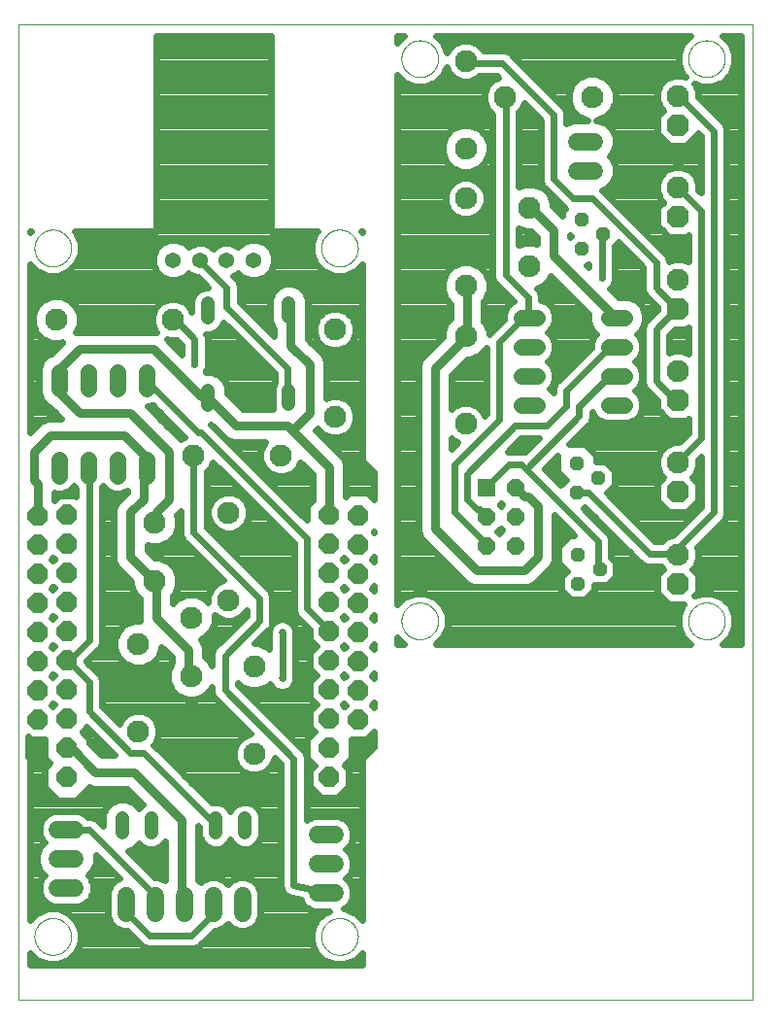
<source format=gbl>
G75*
%MOIN*%
%OFA0B0*%
%FSLAX25Y25*%
%IPPOS*%
%LPD*%
%AMOC8*
5,1,8,0,0,1.08239X$1,22.5*
%
%ADD10C,0.00000*%
%ADD11C,0.07600*%
%ADD12C,0.04800*%
%ADD13OC8,0.07000*%
%ADD14R,0.06000X0.06000*%
%ADD15OC8,0.06000*%
%ADD16C,0.06000*%
%ADD17OC8,0.07600*%
%ADD18OC8,0.04800*%
%ADD19C,0.05600*%
%ADD20C,0.05400*%
%ADD21C,0.02400*%
%ADD22C,0.02400*%
%ADD23C,0.03000*%
%ADD24C,0.02578*%
D10*
X0001000Y0001000D02*
X0001000Y0335646D01*
X0252969Y0335646D01*
X0252969Y0001000D01*
X0001000Y0001000D01*
X0006512Y0022654D02*
X0006514Y0022812D01*
X0006520Y0022970D01*
X0006530Y0023128D01*
X0006544Y0023286D01*
X0006562Y0023443D01*
X0006583Y0023600D01*
X0006609Y0023756D01*
X0006639Y0023912D01*
X0006672Y0024067D01*
X0006710Y0024220D01*
X0006751Y0024373D01*
X0006796Y0024525D01*
X0006845Y0024676D01*
X0006898Y0024825D01*
X0006954Y0024973D01*
X0007014Y0025119D01*
X0007078Y0025264D01*
X0007146Y0025407D01*
X0007217Y0025549D01*
X0007291Y0025689D01*
X0007369Y0025826D01*
X0007451Y0025962D01*
X0007535Y0026096D01*
X0007624Y0026227D01*
X0007715Y0026356D01*
X0007810Y0026483D01*
X0007907Y0026608D01*
X0008008Y0026730D01*
X0008112Y0026849D01*
X0008219Y0026966D01*
X0008329Y0027080D01*
X0008442Y0027191D01*
X0008557Y0027300D01*
X0008675Y0027405D01*
X0008796Y0027507D01*
X0008919Y0027607D01*
X0009045Y0027703D01*
X0009173Y0027796D01*
X0009303Y0027886D01*
X0009436Y0027972D01*
X0009571Y0028056D01*
X0009707Y0028135D01*
X0009846Y0028212D01*
X0009987Y0028284D01*
X0010129Y0028354D01*
X0010273Y0028419D01*
X0010419Y0028481D01*
X0010566Y0028539D01*
X0010715Y0028594D01*
X0010865Y0028645D01*
X0011016Y0028692D01*
X0011168Y0028735D01*
X0011321Y0028774D01*
X0011476Y0028810D01*
X0011631Y0028841D01*
X0011787Y0028869D01*
X0011943Y0028893D01*
X0012100Y0028913D01*
X0012258Y0028929D01*
X0012415Y0028941D01*
X0012574Y0028949D01*
X0012732Y0028953D01*
X0012890Y0028953D01*
X0013048Y0028949D01*
X0013207Y0028941D01*
X0013364Y0028929D01*
X0013522Y0028913D01*
X0013679Y0028893D01*
X0013835Y0028869D01*
X0013991Y0028841D01*
X0014146Y0028810D01*
X0014301Y0028774D01*
X0014454Y0028735D01*
X0014606Y0028692D01*
X0014757Y0028645D01*
X0014907Y0028594D01*
X0015056Y0028539D01*
X0015203Y0028481D01*
X0015349Y0028419D01*
X0015493Y0028354D01*
X0015635Y0028284D01*
X0015776Y0028212D01*
X0015915Y0028135D01*
X0016051Y0028056D01*
X0016186Y0027972D01*
X0016319Y0027886D01*
X0016449Y0027796D01*
X0016577Y0027703D01*
X0016703Y0027607D01*
X0016826Y0027507D01*
X0016947Y0027405D01*
X0017065Y0027300D01*
X0017180Y0027191D01*
X0017293Y0027080D01*
X0017403Y0026966D01*
X0017510Y0026849D01*
X0017614Y0026730D01*
X0017715Y0026608D01*
X0017812Y0026483D01*
X0017907Y0026356D01*
X0017998Y0026227D01*
X0018087Y0026096D01*
X0018171Y0025962D01*
X0018253Y0025826D01*
X0018331Y0025689D01*
X0018405Y0025549D01*
X0018476Y0025407D01*
X0018544Y0025264D01*
X0018608Y0025119D01*
X0018668Y0024973D01*
X0018724Y0024825D01*
X0018777Y0024676D01*
X0018826Y0024525D01*
X0018871Y0024373D01*
X0018912Y0024220D01*
X0018950Y0024067D01*
X0018983Y0023912D01*
X0019013Y0023756D01*
X0019039Y0023600D01*
X0019060Y0023443D01*
X0019078Y0023286D01*
X0019092Y0023128D01*
X0019102Y0022970D01*
X0019108Y0022812D01*
X0019110Y0022654D01*
X0019108Y0022496D01*
X0019102Y0022338D01*
X0019092Y0022180D01*
X0019078Y0022022D01*
X0019060Y0021865D01*
X0019039Y0021708D01*
X0019013Y0021552D01*
X0018983Y0021396D01*
X0018950Y0021241D01*
X0018912Y0021088D01*
X0018871Y0020935D01*
X0018826Y0020783D01*
X0018777Y0020632D01*
X0018724Y0020483D01*
X0018668Y0020335D01*
X0018608Y0020189D01*
X0018544Y0020044D01*
X0018476Y0019901D01*
X0018405Y0019759D01*
X0018331Y0019619D01*
X0018253Y0019482D01*
X0018171Y0019346D01*
X0018087Y0019212D01*
X0017998Y0019081D01*
X0017907Y0018952D01*
X0017812Y0018825D01*
X0017715Y0018700D01*
X0017614Y0018578D01*
X0017510Y0018459D01*
X0017403Y0018342D01*
X0017293Y0018228D01*
X0017180Y0018117D01*
X0017065Y0018008D01*
X0016947Y0017903D01*
X0016826Y0017801D01*
X0016703Y0017701D01*
X0016577Y0017605D01*
X0016449Y0017512D01*
X0016319Y0017422D01*
X0016186Y0017336D01*
X0016051Y0017252D01*
X0015915Y0017173D01*
X0015776Y0017096D01*
X0015635Y0017024D01*
X0015493Y0016954D01*
X0015349Y0016889D01*
X0015203Y0016827D01*
X0015056Y0016769D01*
X0014907Y0016714D01*
X0014757Y0016663D01*
X0014606Y0016616D01*
X0014454Y0016573D01*
X0014301Y0016534D01*
X0014146Y0016498D01*
X0013991Y0016467D01*
X0013835Y0016439D01*
X0013679Y0016415D01*
X0013522Y0016395D01*
X0013364Y0016379D01*
X0013207Y0016367D01*
X0013048Y0016359D01*
X0012890Y0016355D01*
X0012732Y0016355D01*
X0012574Y0016359D01*
X0012415Y0016367D01*
X0012258Y0016379D01*
X0012100Y0016395D01*
X0011943Y0016415D01*
X0011787Y0016439D01*
X0011631Y0016467D01*
X0011476Y0016498D01*
X0011321Y0016534D01*
X0011168Y0016573D01*
X0011016Y0016616D01*
X0010865Y0016663D01*
X0010715Y0016714D01*
X0010566Y0016769D01*
X0010419Y0016827D01*
X0010273Y0016889D01*
X0010129Y0016954D01*
X0009987Y0017024D01*
X0009846Y0017096D01*
X0009707Y0017173D01*
X0009571Y0017252D01*
X0009436Y0017336D01*
X0009303Y0017422D01*
X0009173Y0017512D01*
X0009045Y0017605D01*
X0008919Y0017701D01*
X0008796Y0017801D01*
X0008675Y0017903D01*
X0008557Y0018008D01*
X0008442Y0018117D01*
X0008329Y0018228D01*
X0008219Y0018342D01*
X0008112Y0018459D01*
X0008008Y0018578D01*
X0007907Y0018700D01*
X0007810Y0018825D01*
X0007715Y0018952D01*
X0007624Y0019081D01*
X0007535Y0019212D01*
X0007451Y0019346D01*
X0007369Y0019482D01*
X0007291Y0019619D01*
X0007217Y0019759D01*
X0007146Y0019901D01*
X0007078Y0020044D01*
X0007014Y0020189D01*
X0006954Y0020335D01*
X0006898Y0020483D01*
X0006845Y0020632D01*
X0006796Y0020783D01*
X0006751Y0020935D01*
X0006710Y0021088D01*
X0006672Y0021241D01*
X0006639Y0021396D01*
X0006609Y0021552D01*
X0006583Y0021708D01*
X0006562Y0021865D01*
X0006544Y0022022D01*
X0006530Y0022180D01*
X0006520Y0022338D01*
X0006514Y0022496D01*
X0006512Y0022654D01*
X0104937Y0022654D02*
X0104939Y0022812D01*
X0104945Y0022970D01*
X0104955Y0023128D01*
X0104969Y0023286D01*
X0104987Y0023443D01*
X0105008Y0023600D01*
X0105034Y0023756D01*
X0105064Y0023912D01*
X0105097Y0024067D01*
X0105135Y0024220D01*
X0105176Y0024373D01*
X0105221Y0024525D01*
X0105270Y0024676D01*
X0105323Y0024825D01*
X0105379Y0024973D01*
X0105439Y0025119D01*
X0105503Y0025264D01*
X0105571Y0025407D01*
X0105642Y0025549D01*
X0105716Y0025689D01*
X0105794Y0025826D01*
X0105876Y0025962D01*
X0105960Y0026096D01*
X0106049Y0026227D01*
X0106140Y0026356D01*
X0106235Y0026483D01*
X0106332Y0026608D01*
X0106433Y0026730D01*
X0106537Y0026849D01*
X0106644Y0026966D01*
X0106754Y0027080D01*
X0106867Y0027191D01*
X0106982Y0027300D01*
X0107100Y0027405D01*
X0107221Y0027507D01*
X0107344Y0027607D01*
X0107470Y0027703D01*
X0107598Y0027796D01*
X0107728Y0027886D01*
X0107861Y0027972D01*
X0107996Y0028056D01*
X0108132Y0028135D01*
X0108271Y0028212D01*
X0108412Y0028284D01*
X0108554Y0028354D01*
X0108698Y0028419D01*
X0108844Y0028481D01*
X0108991Y0028539D01*
X0109140Y0028594D01*
X0109290Y0028645D01*
X0109441Y0028692D01*
X0109593Y0028735D01*
X0109746Y0028774D01*
X0109901Y0028810D01*
X0110056Y0028841D01*
X0110212Y0028869D01*
X0110368Y0028893D01*
X0110525Y0028913D01*
X0110683Y0028929D01*
X0110840Y0028941D01*
X0110999Y0028949D01*
X0111157Y0028953D01*
X0111315Y0028953D01*
X0111473Y0028949D01*
X0111632Y0028941D01*
X0111789Y0028929D01*
X0111947Y0028913D01*
X0112104Y0028893D01*
X0112260Y0028869D01*
X0112416Y0028841D01*
X0112571Y0028810D01*
X0112726Y0028774D01*
X0112879Y0028735D01*
X0113031Y0028692D01*
X0113182Y0028645D01*
X0113332Y0028594D01*
X0113481Y0028539D01*
X0113628Y0028481D01*
X0113774Y0028419D01*
X0113918Y0028354D01*
X0114060Y0028284D01*
X0114201Y0028212D01*
X0114340Y0028135D01*
X0114476Y0028056D01*
X0114611Y0027972D01*
X0114744Y0027886D01*
X0114874Y0027796D01*
X0115002Y0027703D01*
X0115128Y0027607D01*
X0115251Y0027507D01*
X0115372Y0027405D01*
X0115490Y0027300D01*
X0115605Y0027191D01*
X0115718Y0027080D01*
X0115828Y0026966D01*
X0115935Y0026849D01*
X0116039Y0026730D01*
X0116140Y0026608D01*
X0116237Y0026483D01*
X0116332Y0026356D01*
X0116423Y0026227D01*
X0116512Y0026096D01*
X0116596Y0025962D01*
X0116678Y0025826D01*
X0116756Y0025689D01*
X0116830Y0025549D01*
X0116901Y0025407D01*
X0116969Y0025264D01*
X0117033Y0025119D01*
X0117093Y0024973D01*
X0117149Y0024825D01*
X0117202Y0024676D01*
X0117251Y0024525D01*
X0117296Y0024373D01*
X0117337Y0024220D01*
X0117375Y0024067D01*
X0117408Y0023912D01*
X0117438Y0023756D01*
X0117464Y0023600D01*
X0117485Y0023443D01*
X0117503Y0023286D01*
X0117517Y0023128D01*
X0117527Y0022970D01*
X0117533Y0022812D01*
X0117535Y0022654D01*
X0117533Y0022496D01*
X0117527Y0022338D01*
X0117517Y0022180D01*
X0117503Y0022022D01*
X0117485Y0021865D01*
X0117464Y0021708D01*
X0117438Y0021552D01*
X0117408Y0021396D01*
X0117375Y0021241D01*
X0117337Y0021088D01*
X0117296Y0020935D01*
X0117251Y0020783D01*
X0117202Y0020632D01*
X0117149Y0020483D01*
X0117093Y0020335D01*
X0117033Y0020189D01*
X0116969Y0020044D01*
X0116901Y0019901D01*
X0116830Y0019759D01*
X0116756Y0019619D01*
X0116678Y0019482D01*
X0116596Y0019346D01*
X0116512Y0019212D01*
X0116423Y0019081D01*
X0116332Y0018952D01*
X0116237Y0018825D01*
X0116140Y0018700D01*
X0116039Y0018578D01*
X0115935Y0018459D01*
X0115828Y0018342D01*
X0115718Y0018228D01*
X0115605Y0018117D01*
X0115490Y0018008D01*
X0115372Y0017903D01*
X0115251Y0017801D01*
X0115128Y0017701D01*
X0115002Y0017605D01*
X0114874Y0017512D01*
X0114744Y0017422D01*
X0114611Y0017336D01*
X0114476Y0017252D01*
X0114340Y0017173D01*
X0114201Y0017096D01*
X0114060Y0017024D01*
X0113918Y0016954D01*
X0113774Y0016889D01*
X0113628Y0016827D01*
X0113481Y0016769D01*
X0113332Y0016714D01*
X0113182Y0016663D01*
X0113031Y0016616D01*
X0112879Y0016573D01*
X0112726Y0016534D01*
X0112571Y0016498D01*
X0112416Y0016467D01*
X0112260Y0016439D01*
X0112104Y0016415D01*
X0111947Y0016395D01*
X0111789Y0016379D01*
X0111632Y0016367D01*
X0111473Y0016359D01*
X0111315Y0016355D01*
X0111157Y0016355D01*
X0110999Y0016359D01*
X0110840Y0016367D01*
X0110683Y0016379D01*
X0110525Y0016395D01*
X0110368Y0016415D01*
X0110212Y0016439D01*
X0110056Y0016467D01*
X0109901Y0016498D01*
X0109746Y0016534D01*
X0109593Y0016573D01*
X0109441Y0016616D01*
X0109290Y0016663D01*
X0109140Y0016714D01*
X0108991Y0016769D01*
X0108844Y0016827D01*
X0108698Y0016889D01*
X0108554Y0016954D01*
X0108412Y0017024D01*
X0108271Y0017096D01*
X0108132Y0017173D01*
X0107996Y0017252D01*
X0107861Y0017336D01*
X0107728Y0017422D01*
X0107598Y0017512D01*
X0107470Y0017605D01*
X0107344Y0017701D01*
X0107221Y0017801D01*
X0107100Y0017903D01*
X0106982Y0018008D01*
X0106867Y0018117D01*
X0106754Y0018228D01*
X0106644Y0018342D01*
X0106537Y0018459D01*
X0106433Y0018578D01*
X0106332Y0018700D01*
X0106235Y0018825D01*
X0106140Y0018952D01*
X0106049Y0019081D01*
X0105960Y0019212D01*
X0105876Y0019346D01*
X0105794Y0019482D01*
X0105716Y0019619D01*
X0105642Y0019759D01*
X0105571Y0019901D01*
X0105503Y0020044D01*
X0105439Y0020189D01*
X0105379Y0020335D01*
X0105323Y0020483D01*
X0105270Y0020632D01*
X0105221Y0020783D01*
X0105176Y0020935D01*
X0105135Y0021088D01*
X0105097Y0021241D01*
X0105064Y0021396D01*
X0105034Y0021552D01*
X0105008Y0021708D01*
X0104987Y0021865D01*
X0104969Y0022022D01*
X0104955Y0022180D01*
X0104945Y0022338D01*
X0104939Y0022496D01*
X0104937Y0022654D01*
X0132496Y0130921D02*
X0132498Y0131079D01*
X0132504Y0131237D01*
X0132514Y0131395D01*
X0132528Y0131553D01*
X0132546Y0131710D01*
X0132567Y0131867D01*
X0132593Y0132023D01*
X0132623Y0132179D01*
X0132656Y0132334D01*
X0132694Y0132487D01*
X0132735Y0132640D01*
X0132780Y0132792D01*
X0132829Y0132943D01*
X0132882Y0133092D01*
X0132938Y0133240D01*
X0132998Y0133386D01*
X0133062Y0133531D01*
X0133130Y0133674D01*
X0133201Y0133816D01*
X0133275Y0133956D01*
X0133353Y0134093D01*
X0133435Y0134229D01*
X0133519Y0134363D01*
X0133608Y0134494D01*
X0133699Y0134623D01*
X0133794Y0134750D01*
X0133891Y0134875D01*
X0133992Y0134997D01*
X0134096Y0135116D01*
X0134203Y0135233D01*
X0134313Y0135347D01*
X0134426Y0135458D01*
X0134541Y0135567D01*
X0134659Y0135672D01*
X0134780Y0135774D01*
X0134903Y0135874D01*
X0135029Y0135970D01*
X0135157Y0136063D01*
X0135287Y0136153D01*
X0135420Y0136239D01*
X0135555Y0136323D01*
X0135691Y0136402D01*
X0135830Y0136479D01*
X0135971Y0136551D01*
X0136113Y0136621D01*
X0136257Y0136686D01*
X0136403Y0136748D01*
X0136550Y0136806D01*
X0136699Y0136861D01*
X0136849Y0136912D01*
X0137000Y0136959D01*
X0137152Y0137002D01*
X0137305Y0137041D01*
X0137460Y0137077D01*
X0137615Y0137108D01*
X0137771Y0137136D01*
X0137927Y0137160D01*
X0138084Y0137180D01*
X0138242Y0137196D01*
X0138399Y0137208D01*
X0138558Y0137216D01*
X0138716Y0137220D01*
X0138874Y0137220D01*
X0139032Y0137216D01*
X0139191Y0137208D01*
X0139348Y0137196D01*
X0139506Y0137180D01*
X0139663Y0137160D01*
X0139819Y0137136D01*
X0139975Y0137108D01*
X0140130Y0137077D01*
X0140285Y0137041D01*
X0140438Y0137002D01*
X0140590Y0136959D01*
X0140741Y0136912D01*
X0140891Y0136861D01*
X0141040Y0136806D01*
X0141187Y0136748D01*
X0141333Y0136686D01*
X0141477Y0136621D01*
X0141619Y0136551D01*
X0141760Y0136479D01*
X0141899Y0136402D01*
X0142035Y0136323D01*
X0142170Y0136239D01*
X0142303Y0136153D01*
X0142433Y0136063D01*
X0142561Y0135970D01*
X0142687Y0135874D01*
X0142810Y0135774D01*
X0142931Y0135672D01*
X0143049Y0135567D01*
X0143164Y0135458D01*
X0143277Y0135347D01*
X0143387Y0135233D01*
X0143494Y0135116D01*
X0143598Y0134997D01*
X0143699Y0134875D01*
X0143796Y0134750D01*
X0143891Y0134623D01*
X0143982Y0134494D01*
X0144071Y0134363D01*
X0144155Y0134229D01*
X0144237Y0134093D01*
X0144315Y0133956D01*
X0144389Y0133816D01*
X0144460Y0133674D01*
X0144528Y0133531D01*
X0144592Y0133386D01*
X0144652Y0133240D01*
X0144708Y0133092D01*
X0144761Y0132943D01*
X0144810Y0132792D01*
X0144855Y0132640D01*
X0144896Y0132487D01*
X0144934Y0132334D01*
X0144967Y0132179D01*
X0144997Y0132023D01*
X0145023Y0131867D01*
X0145044Y0131710D01*
X0145062Y0131553D01*
X0145076Y0131395D01*
X0145086Y0131237D01*
X0145092Y0131079D01*
X0145094Y0130921D01*
X0145092Y0130763D01*
X0145086Y0130605D01*
X0145076Y0130447D01*
X0145062Y0130289D01*
X0145044Y0130132D01*
X0145023Y0129975D01*
X0144997Y0129819D01*
X0144967Y0129663D01*
X0144934Y0129508D01*
X0144896Y0129355D01*
X0144855Y0129202D01*
X0144810Y0129050D01*
X0144761Y0128899D01*
X0144708Y0128750D01*
X0144652Y0128602D01*
X0144592Y0128456D01*
X0144528Y0128311D01*
X0144460Y0128168D01*
X0144389Y0128026D01*
X0144315Y0127886D01*
X0144237Y0127749D01*
X0144155Y0127613D01*
X0144071Y0127479D01*
X0143982Y0127348D01*
X0143891Y0127219D01*
X0143796Y0127092D01*
X0143699Y0126967D01*
X0143598Y0126845D01*
X0143494Y0126726D01*
X0143387Y0126609D01*
X0143277Y0126495D01*
X0143164Y0126384D01*
X0143049Y0126275D01*
X0142931Y0126170D01*
X0142810Y0126068D01*
X0142687Y0125968D01*
X0142561Y0125872D01*
X0142433Y0125779D01*
X0142303Y0125689D01*
X0142170Y0125603D01*
X0142035Y0125519D01*
X0141899Y0125440D01*
X0141760Y0125363D01*
X0141619Y0125291D01*
X0141477Y0125221D01*
X0141333Y0125156D01*
X0141187Y0125094D01*
X0141040Y0125036D01*
X0140891Y0124981D01*
X0140741Y0124930D01*
X0140590Y0124883D01*
X0140438Y0124840D01*
X0140285Y0124801D01*
X0140130Y0124765D01*
X0139975Y0124734D01*
X0139819Y0124706D01*
X0139663Y0124682D01*
X0139506Y0124662D01*
X0139348Y0124646D01*
X0139191Y0124634D01*
X0139032Y0124626D01*
X0138874Y0124622D01*
X0138716Y0124622D01*
X0138558Y0124626D01*
X0138399Y0124634D01*
X0138242Y0124646D01*
X0138084Y0124662D01*
X0137927Y0124682D01*
X0137771Y0124706D01*
X0137615Y0124734D01*
X0137460Y0124765D01*
X0137305Y0124801D01*
X0137152Y0124840D01*
X0137000Y0124883D01*
X0136849Y0124930D01*
X0136699Y0124981D01*
X0136550Y0125036D01*
X0136403Y0125094D01*
X0136257Y0125156D01*
X0136113Y0125221D01*
X0135971Y0125291D01*
X0135830Y0125363D01*
X0135691Y0125440D01*
X0135555Y0125519D01*
X0135420Y0125603D01*
X0135287Y0125689D01*
X0135157Y0125779D01*
X0135029Y0125872D01*
X0134903Y0125968D01*
X0134780Y0126068D01*
X0134659Y0126170D01*
X0134541Y0126275D01*
X0134426Y0126384D01*
X0134313Y0126495D01*
X0134203Y0126609D01*
X0134096Y0126726D01*
X0133992Y0126845D01*
X0133891Y0126967D01*
X0133794Y0127092D01*
X0133699Y0127219D01*
X0133608Y0127348D01*
X0133519Y0127479D01*
X0133435Y0127613D01*
X0133353Y0127749D01*
X0133275Y0127886D01*
X0133201Y0128026D01*
X0133130Y0128168D01*
X0133062Y0128311D01*
X0132998Y0128456D01*
X0132938Y0128602D01*
X0132882Y0128750D01*
X0132829Y0128899D01*
X0132780Y0129050D01*
X0132735Y0129202D01*
X0132694Y0129355D01*
X0132656Y0129508D01*
X0132623Y0129663D01*
X0132593Y0129819D01*
X0132567Y0129975D01*
X0132546Y0130132D01*
X0132528Y0130289D01*
X0132514Y0130447D01*
X0132504Y0130605D01*
X0132498Y0130763D01*
X0132496Y0130921D01*
X0104937Y0258874D02*
X0104939Y0259032D01*
X0104945Y0259190D01*
X0104955Y0259348D01*
X0104969Y0259506D01*
X0104987Y0259663D01*
X0105008Y0259820D01*
X0105034Y0259976D01*
X0105064Y0260132D01*
X0105097Y0260287D01*
X0105135Y0260440D01*
X0105176Y0260593D01*
X0105221Y0260745D01*
X0105270Y0260896D01*
X0105323Y0261045D01*
X0105379Y0261193D01*
X0105439Y0261339D01*
X0105503Y0261484D01*
X0105571Y0261627D01*
X0105642Y0261769D01*
X0105716Y0261909D01*
X0105794Y0262046D01*
X0105876Y0262182D01*
X0105960Y0262316D01*
X0106049Y0262447D01*
X0106140Y0262576D01*
X0106235Y0262703D01*
X0106332Y0262828D01*
X0106433Y0262950D01*
X0106537Y0263069D01*
X0106644Y0263186D01*
X0106754Y0263300D01*
X0106867Y0263411D01*
X0106982Y0263520D01*
X0107100Y0263625D01*
X0107221Y0263727D01*
X0107344Y0263827D01*
X0107470Y0263923D01*
X0107598Y0264016D01*
X0107728Y0264106D01*
X0107861Y0264192D01*
X0107996Y0264276D01*
X0108132Y0264355D01*
X0108271Y0264432D01*
X0108412Y0264504D01*
X0108554Y0264574D01*
X0108698Y0264639D01*
X0108844Y0264701D01*
X0108991Y0264759D01*
X0109140Y0264814D01*
X0109290Y0264865D01*
X0109441Y0264912D01*
X0109593Y0264955D01*
X0109746Y0264994D01*
X0109901Y0265030D01*
X0110056Y0265061D01*
X0110212Y0265089D01*
X0110368Y0265113D01*
X0110525Y0265133D01*
X0110683Y0265149D01*
X0110840Y0265161D01*
X0110999Y0265169D01*
X0111157Y0265173D01*
X0111315Y0265173D01*
X0111473Y0265169D01*
X0111632Y0265161D01*
X0111789Y0265149D01*
X0111947Y0265133D01*
X0112104Y0265113D01*
X0112260Y0265089D01*
X0112416Y0265061D01*
X0112571Y0265030D01*
X0112726Y0264994D01*
X0112879Y0264955D01*
X0113031Y0264912D01*
X0113182Y0264865D01*
X0113332Y0264814D01*
X0113481Y0264759D01*
X0113628Y0264701D01*
X0113774Y0264639D01*
X0113918Y0264574D01*
X0114060Y0264504D01*
X0114201Y0264432D01*
X0114340Y0264355D01*
X0114476Y0264276D01*
X0114611Y0264192D01*
X0114744Y0264106D01*
X0114874Y0264016D01*
X0115002Y0263923D01*
X0115128Y0263827D01*
X0115251Y0263727D01*
X0115372Y0263625D01*
X0115490Y0263520D01*
X0115605Y0263411D01*
X0115718Y0263300D01*
X0115828Y0263186D01*
X0115935Y0263069D01*
X0116039Y0262950D01*
X0116140Y0262828D01*
X0116237Y0262703D01*
X0116332Y0262576D01*
X0116423Y0262447D01*
X0116512Y0262316D01*
X0116596Y0262182D01*
X0116678Y0262046D01*
X0116756Y0261909D01*
X0116830Y0261769D01*
X0116901Y0261627D01*
X0116969Y0261484D01*
X0117033Y0261339D01*
X0117093Y0261193D01*
X0117149Y0261045D01*
X0117202Y0260896D01*
X0117251Y0260745D01*
X0117296Y0260593D01*
X0117337Y0260440D01*
X0117375Y0260287D01*
X0117408Y0260132D01*
X0117438Y0259976D01*
X0117464Y0259820D01*
X0117485Y0259663D01*
X0117503Y0259506D01*
X0117517Y0259348D01*
X0117527Y0259190D01*
X0117533Y0259032D01*
X0117535Y0258874D01*
X0117533Y0258716D01*
X0117527Y0258558D01*
X0117517Y0258400D01*
X0117503Y0258242D01*
X0117485Y0258085D01*
X0117464Y0257928D01*
X0117438Y0257772D01*
X0117408Y0257616D01*
X0117375Y0257461D01*
X0117337Y0257308D01*
X0117296Y0257155D01*
X0117251Y0257003D01*
X0117202Y0256852D01*
X0117149Y0256703D01*
X0117093Y0256555D01*
X0117033Y0256409D01*
X0116969Y0256264D01*
X0116901Y0256121D01*
X0116830Y0255979D01*
X0116756Y0255839D01*
X0116678Y0255702D01*
X0116596Y0255566D01*
X0116512Y0255432D01*
X0116423Y0255301D01*
X0116332Y0255172D01*
X0116237Y0255045D01*
X0116140Y0254920D01*
X0116039Y0254798D01*
X0115935Y0254679D01*
X0115828Y0254562D01*
X0115718Y0254448D01*
X0115605Y0254337D01*
X0115490Y0254228D01*
X0115372Y0254123D01*
X0115251Y0254021D01*
X0115128Y0253921D01*
X0115002Y0253825D01*
X0114874Y0253732D01*
X0114744Y0253642D01*
X0114611Y0253556D01*
X0114476Y0253472D01*
X0114340Y0253393D01*
X0114201Y0253316D01*
X0114060Y0253244D01*
X0113918Y0253174D01*
X0113774Y0253109D01*
X0113628Y0253047D01*
X0113481Y0252989D01*
X0113332Y0252934D01*
X0113182Y0252883D01*
X0113031Y0252836D01*
X0112879Y0252793D01*
X0112726Y0252754D01*
X0112571Y0252718D01*
X0112416Y0252687D01*
X0112260Y0252659D01*
X0112104Y0252635D01*
X0111947Y0252615D01*
X0111789Y0252599D01*
X0111632Y0252587D01*
X0111473Y0252579D01*
X0111315Y0252575D01*
X0111157Y0252575D01*
X0110999Y0252579D01*
X0110840Y0252587D01*
X0110683Y0252599D01*
X0110525Y0252615D01*
X0110368Y0252635D01*
X0110212Y0252659D01*
X0110056Y0252687D01*
X0109901Y0252718D01*
X0109746Y0252754D01*
X0109593Y0252793D01*
X0109441Y0252836D01*
X0109290Y0252883D01*
X0109140Y0252934D01*
X0108991Y0252989D01*
X0108844Y0253047D01*
X0108698Y0253109D01*
X0108554Y0253174D01*
X0108412Y0253244D01*
X0108271Y0253316D01*
X0108132Y0253393D01*
X0107996Y0253472D01*
X0107861Y0253556D01*
X0107728Y0253642D01*
X0107598Y0253732D01*
X0107470Y0253825D01*
X0107344Y0253921D01*
X0107221Y0254021D01*
X0107100Y0254123D01*
X0106982Y0254228D01*
X0106867Y0254337D01*
X0106754Y0254448D01*
X0106644Y0254562D01*
X0106537Y0254679D01*
X0106433Y0254798D01*
X0106332Y0254920D01*
X0106235Y0255045D01*
X0106140Y0255172D01*
X0106049Y0255301D01*
X0105960Y0255432D01*
X0105876Y0255566D01*
X0105794Y0255702D01*
X0105716Y0255839D01*
X0105642Y0255979D01*
X0105571Y0256121D01*
X0105503Y0256264D01*
X0105439Y0256409D01*
X0105379Y0256555D01*
X0105323Y0256703D01*
X0105270Y0256852D01*
X0105221Y0257003D01*
X0105176Y0257155D01*
X0105135Y0257308D01*
X0105097Y0257461D01*
X0105064Y0257616D01*
X0105034Y0257772D01*
X0105008Y0257928D01*
X0104987Y0258085D01*
X0104969Y0258242D01*
X0104955Y0258400D01*
X0104945Y0258558D01*
X0104939Y0258716D01*
X0104937Y0258874D01*
X0132496Y0323835D02*
X0132498Y0323993D01*
X0132504Y0324151D01*
X0132514Y0324309D01*
X0132528Y0324467D01*
X0132546Y0324624D01*
X0132567Y0324781D01*
X0132593Y0324937D01*
X0132623Y0325093D01*
X0132656Y0325248D01*
X0132694Y0325401D01*
X0132735Y0325554D01*
X0132780Y0325706D01*
X0132829Y0325857D01*
X0132882Y0326006D01*
X0132938Y0326154D01*
X0132998Y0326300D01*
X0133062Y0326445D01*
X0133130Y0326588D01*
X0133201Y0326730D01*
X0133275Y0326870D01*
X0133353Y0327007D01*
X0133435Y0327143D01*
X0133519Y0327277D01*
X0133608Y0327408D01*
X0133699Y0327537D01*
X0133794Y0327664D01*
X0133891Y0327789D01*
X0133992Y0327911D01*
X0134096Y0328030D01*
X0134203Y0328147D01*
X0134313Y0328261D01*
X0134426Y0328372D01*
X0134541Y0328481D01*
X0134659Y0328586D01*
X0134780Y0328688D01*
X0134903Y0328788D01*
X0135029Y0328884D01*
X0135157Y0328977D01*
X0135287Y0329067D01*
X0135420Y0329153D01*
X0135555Y0329237D01*
X0135691Y0329316D01*
X0135830Y0329393D01*
X0135971Y0329465D01*
X0136113Y0329535D01*
X0136257Y0329600D01*
X0136403Y0329662D01*
X0136550Y0329720D01*
X0136699Y0329775D01*
X0136849Y0329826D01*
X0137000Y0329873D01*
X0137152Y0329916D01*
X0137305Y0329955D01*
X0137460Y0329991D01*
X0137615Y0330022D01*
X0137771Y0330050D01*
X0137927Y0330074D01*
X0138084Y0330094D01*
X0138242Y0330110D01*
X0138399Y0330122D01*
X0138558Y0330130D01*
X0138716Y0330134D01*
X0138874Y0330134D01*
X0139032Y0330130D01*
X0139191Y0330122D01*
X0139348Y0330110D01*
X0139506Y0330094D01*
X0139663Y0330074D01*
X0139819Y0330050D01*
X0139975Y0330022D01*
X0140130Y0329991D01*
X0140285Y0329955D01*
X0140438Y0329916D01*
X0140590Y0329873D01*
X0140741Y0329826D01*
X0140891Y0329775D01*
X0141040Y0329720D01*
X0141187Y0329662D01*
X0141333Y0329600D01*
X0141477Y0329535D01*
X0141619Y0329465D01*
X0141760Y0329393D01*
X0141899Y0329316D01*
X0142035Y0329237D01*
X0142170Y0329153D01*
X0142303Y0329067D01*
X0142433Y0328977D01*
X0142561Y0328884D01*
X0142687Y0328788D01*
X0142810Y0328688D01*
X0142931Y0328586D01*
X0143049Y0328481D01*
X0143164Y0328372D01*
X0143277Y0328261D01*
X0143387Y0328147D01*
X0143494Y0328030D01*
X0143598Y0327911D01*
X0143699Y0327789D01*
X0143796Y0327664D01*
X0143891Y0327537D01*
X0143982Y0327408D01*
X0144071Y0327277D01*
X0144155Y0327143D01*
X0144237Y0327007D01*
X0144315Y0326870D01*
X0144389Y0326730D01*
X0144460Y0326588D01*
X0144528Y0326445D01*
X0144592Y0326300D01*
X0144652Y0326154D01*
X0144708Y0326006D01*
X0144761Y0325857D01*
X0144810Y0325706D01*
X0144855Y0325554D01*
X0144896Y0325401D01*
X0144934Y0325248D01*
X0144967Y0325093D01*
X0144997Y0324937D01*
X0145023Y0324781D01*
X0145044Y0324624D01*
X0145062Y0324467D01*
X0145076Y0324309D01*
X0145086Y0324151D01*
X0145092Y0323993D01*
X0145094Y0323835D01*
X0145092Y0323677D01*
X0145086Y0323519D01*
X0145076Y0323361D01*
X0145062Y0323203D01*
X0145044Y0323046D01*
X0145023Y0322889D01*
X0144997Y0322733D01*
X0144967Y0322577D01*
X0144934Y0322422D01*
X0144896Y0322269D01*
X0144855Y0322116D01*
X0144810Y0321964D01*
X0144761Y0321813D01*
X0144708Y0321664D01*
X0144652Y0321516D01*
X0144592Y0321370D01*
X0144528Y0321225D01*
X0144460Y0321082D01*
X0144389Y0320940D01*
X0144315Y0320800D01*
X0144237Y0320663D01*
X0144155Y0320527D01*
X0144071Y0320393D01*
X0143982Y0320262D01*
X0143891Y0320133D01*
X0143796Y0320006D01*
X0143699Y0319881D01*
X0143598Y0319759D01*
X0143494Y0319640D01*
X0143387Y0319523D01*
X0143277Y0319409D01*
X0143164Y0319298D01*
X0143049Y0319189D01*
X0142931Y0319084D01*
X0142810Y0318982D01*
X0142687Y0318882D01*
X0142561Y0318786D01*
X0142433Y0318693D01*
X0142303Y0318603D01*
X0142170Y0318517D01*
X0142035Y0318433D01*
X0141899Y0318354D01*
X0141760Y0318277D01*
X0141619Y0318205D01*
X0141477Y0318135D01*
X0141333Y0318070D01*
X0141187Y0318008D01*
X0141040Y0317950D01*
X0140891Y0317895D01*
X0140741Y0317844D01*
X0140590Y0317797D01*
X0140438Y0317754D01*
X0140285Y0317715D01*
X0140130Y0317679D01*
X0139975Y0317648D01*
X0139819Y0317620D01*
X0139663Y0317596D01*
X0139506Y0317576D01*
X0139348Y0317560D01*
X0139191Y0317548D01*
X0139032Y0317540D01*
X0138874Y0317536D01*
X0138716Y0317536D01*
X0138558Y0317540D01*
X0138399Y0317548D01*
X0138242Y0317560D01*
X0138084Y0317576D01*
X0137927Y0317596D01*
X0137771Y0317620D01*
X0137615Y0317648D01*
X0137460Y0317679D01*
X0137305Y0317715D01*
X0137152Y0317754D01*
X0137000Y0317797D01*
X0136849Y0317844D01*
X0136699Y0317895D01*
X0136550Y0317950D01*
X0136403Y0318008D01*
X0136257Y0318070D01*
X0136113Y0318135D01*
X0135971Y0318205D01*
X0135830Y0318277D01*
X0135691Y0318354D01*
X0135555Y0318433D01*
X0135420Y0318517D01*
X0135287Y0318603D01*
X0135157Y0318693D01*
X0135029Y0318786D01*
X0134903Y0318882D01*
X0134780Y0318982D01*
X0134659Y0319084D01*
X0134541Y0319189D01*
X0134426Y0319298D01*
X0134313Y0319409D01*
X0134203Y0319523D01*
X0134096Y0319640D01*
X0133992Y0319759D01*
X0133891Y0319881D01*
X0133794Y0320006D01*
X0133699Y0320133D01*
X0133608Y0320262D01*
X0133519Y0320393D01*
X0133435Y0320527D01*
X0133353Y0320663D01*
X0133275Y0320800D01*
X0133201Y0320940D01*
X0133130Y0321082D01*
X0133062Y0321225D01*
X0132998Y0321370D01*
X0132938Y0321516D01*
X0132882Y0321664D01*
X0132829Y0321813D01*
X0132780Y0321964D01*
X0132735Y0322116D01*
X0132694Y0322269D01*
X0132656Y0322422D01*
X0132623Y0322577D01*
X0132593Y0322733D01*
X0132567Y0322889D01*
X0132546Y0323046D01*
X0132528Y0323203D01*
X0132514Y0323361D01*
X0132504Y0323519D01*
X0132498Y0323677D01*
X0132496Y0323835D01*
X0230921Y0323835D02*
X0230923Y0323993D01*
X0230929Y0324151D01*
X0230939Y0324309D01*
X0230953Y0324467D01*
X0230971Y0324624D01*
X0230992Y0324781D01*
X0231018Y0324937D01*
X0231048Y0325093D01*
X0231081Y0325248D01*
X0231119Y0325401D01*
X0231160Y0325554D01*
X0231205Y0325706D01*
X0231254Y0325857D01*
X0231307Y0326006D01*
X0231363Y0326154D01*
X0231423Y0326300D01*
X0231487Y0326445D01*
X0231555Y0326588D01*
X0231626Y0326730D01*
X0231700Y0326870D01*
X0231778Y0327007D01*
X0231860Y0327143D01*
X0231944Y0327277D01*
X0232033Y0327408D01*
X0232124Y0327537D01*
X0232219Y0327664D01*
X0232316Y0327789D01*
X0232417Y0327911D01*
X0232521Y0328030D01*
X0232628Y0328147D01*
X0232738Y0328261D01*
X0232851Y0328372D01*
X0232966Y0328481D01*
X0233084Y0328586D01*
X0233205Y0328688D01*
X0233328Y0328788D01*
X0233454Y0328884D01*
X0233582Y0328977D01*
X0233712Y0329067D01*
X0233845Y0329153D01*
X0233980Y0329237D01*
X0234116Y0329316D01*
X0234255Y0329393D01*
X0234396Y0329465D01*
X0234538Y0329535D01*
X0234682Y0329600D01*
X0234828Y0329662D01*
X0234975Y0329720D01*
X0235124Y0329775D01*
X0235274Y0329826D01*
X0235425Y0329873D01*
X0235577Y0329916D01*
X0235730Y0329955D01*
X0235885Y0329991D01*
X0236040Y0330022D01*
X0236196Y0330050D01*
X0236352Y0330074D01*
X0236509Y0330094D01*
X0236667Y0330110D01*
X0236824Y0330122D01*
X0236983Y0330130D01*
X0237141Y0330134D01*
X0237299Y0330134D01*
X0237457Y0330130D01*
X0237616Y0330122D01*
X0237773Y0330110D01*
X0237931Y0330094D01*
X0238088Y0330074D01*
X0238244Y0330050D01*
X0238400Y0330022D01*
X0238555Y0329991D01*
X0238710Y0329955D01*
X0238863Y0329916D01*
X0239015Y0329873D01*
X0239166Y0329826D01*
X0239316Y0329775D01*
X0239465Y0329720D01*
X0239612Y0329662D01*
X0239758Y0329600D01*
X0239902Y0329535D01*
X0240044Y0329465D01*
X0240185Y0329393D01*
X0240324Y0329316D01*
X0240460Y0329237D01*
X0240595Y0329153D01*
X0240728Y0329067D01*
X0240858Y0328977D01*
X0240986Y0328884D01*
X0241112Y0328788D01*
X0241235Y0328688D01*
X0241356Y0328586D01*
X0241474Y0328481D01*
X0241589Y0328372D01*
X0241702Y0328261D01*
X0241812Y0328147D01*
X0241919Y0328030D01*
X0242023Y0327911D01*
X0242124Y0327789D01*
X0242221Y0327664D01*
X0242316Y0327537D01*
X0242407Y0327408D01*
X0242496Y0327277D01*
X0242580Y0327143D01*
X0242662Y0327007D01*
X0242740Y0326870D01*
X0242814Y0326730D01*
X0242885Y0326588D01*
X0242953Y0326445D01*
X0243017Y0326300D01*
X0243077Y0326154D01*
X0243133Y0326006D01*
X0243186Y0325857D01*
X0243235Y0325706D01*
X0243280Y0325554D01*
X0243321Y0325401D01*
X0243359Y0325248D01*
X0243392Y0325093D01*
X0243422Y0324937D01*
X0243448Y0324781D01*
X0243469Y0324624D01*
X0243487Y0324467D01*
X0243501Y0324309D01*
X0243511Y0324151D01*
X0243517Y0323993D01*
X0243519Y0323835D01*
X0243517Y0323677D01*
X0243511Y0323519D01*
X0243501Y0323361D01*
X0243487Y0323203D01*
X0243469Y0323046D01*
X0243448Y0322889D01*
X0243422Y0322733D01*
X0243392Y0322577D01*
X0243359Y0322422D01*
X0243321Y0322269D01*
X0243280Y0322116D01*
X0243235Y0321964D01*
X0243186Y0321813D01*
X0243133Y0321664D01*
X0243077Y0321516D01*
X0243017Y0321370D01*
X0242953Y0321225D01*
X0242885Y0321082D01*
X0242814Y0320940D01*
X0242740Y0320800D01*
X0242662Y0320663D01*
X0242580Y0320527D01*
X0242496Y0320393D01*
X0242407Y0320262D01*
X0242316Y0320133D01*
X0242221Y0320006D01*
X0242124Y0319881D01*
X0242023Y0319759D01*
X0241919Y0319640D01*
X0241812Y0319523D01*
X0241702Y0319409D01*
X0241589Y0319298D01*
X0241474Y0319189D01*
X0241356Y0319084D01*
X0241235Y0318982D01*
X0241112Y0318882D01*
X0240986Y0318786D01*
X0240858Y0318693D01*
X0240728Y0318603D01*
X0240595Y0318517D01*
X0240460Y0318433D01*
X0240324Y0318354D01*
X0240185Y0318277D01*
X0240044Y0318205D01*
X0239902Y0318135D01*
X0239758Y0318070D01*
X0239612Y0318008D01*
X0239465Y0317950D01*
X0239316Y0317895D01*
X0239166Y0317844D01*
X0239015Y0317797D01*
X0238863Y0317754D01*
X0238710Y0317715D01*
X0238555Y0317679D01*
X0238400Y0317648D01*
X0238244Y0317620D01*
X0238088Y0317596D01*
X0237931Y0317576D01*
X0237773Y0317560D01*
X0237616Y0317548D01*
X0237457Y0317540D01*
X0237299Y0317536D01*
X0237141Y0317536D01*
X0236983Y0317540D01*
X0236824Y0317548D01*
X0236667Y0317560D01*
X0236509Y0317576D01*
X0236352Y0317596D01*
X0236196Y0317620D01*
X0236040Y0317648D01*
X0235885Y0317679D01*
X0235730Y0317715D01*
X0235577Y0317754D01*
X0235425Y0317797D01*
X0235274Y0317844D01*
X0235124Y0317895D01*
X0234975Y0317950D01*
X0234828Y0318008D01*
X0234682Y0318070D01*
X0234538Y0318135D01*
X0234396Y0318205D01*
X0234255Y0318277D01*
X0234116Y0318354D01*
X0233980Y0318433D01*
X0233845Y0318517D01*
X0233712Y0318603D01*
X0233582Y0318693D01*
X0233454Y0318786D01*
X0233328Y0318882D01*
X0233205Y0318982D01*
X0233084Y0319084D01*
X0232966Y0319189D01*
X0232851Y0319298D01*
X0232738Y0319409D01*
X0232628Y0319523D01*
X0232521Y0319640D01*
X0232417Y0319759D01*
X0232316Y0319881D01*
X0232219Y0320006D01*
X0232124Y0320133D01*
X0232033Y0320262D01*
X0231944Y0320393D01*
X0231860Y0320527D01*
X0231778Y0320663D01*
X0231700Y0320800D01*
X0231626Y0320940D01*
X0231555Y0321082D01*
X0231487Y0321225D01*
X0231423Y0321370D01*
X0231363Y0321516D01*
X0231307Y0321664D01*
X0231254Y0321813D01*
X0231205Y0321964D01*
X0231160Y0322116D01*
X0231119Y0322269D01*
X0231081Y0322422D01*
X0231048Y0322577D01*
X0231018Y0322733D01*
X0230992Y0322889D01*
X0230971Y0323046D01*
X0230953Y0323203D01*
X0230939Y0323361D01*
X0230929Y0323519D01*
X0230923Y0323677D01*
X0230921Y0323835D01*
X0230921Y0130921D02*
X0230923Y0131079D01*
X0230929Y0131237D01*
X0230939Y0131395D01*
X0230953Y0131553D01*
X0230971Y0131710D01*
X0230992Y0131867D01*
X0231018Y0132023D01*
X0231048Y0132179D01*
X0231081Y0132334D01*
X0231119Y0132487D01*
X0231160Y0132640D01*
X0231205Y0132792D01*
X0231254Y0132943D01*
X0231307Y0133092D01*
X0231363Y0133240D01*
X0231423Y0133386D01*
X0231487Y0133531D01*
X0231555Y0133674D01*
X0231626Y0133816D01*
X0231700Y0133956D01*
X0231778Y0134093D01*
X0231860Y0134229D01*
X0231944Y0134363D01*
X0232033Y0134494D01*
X0232124Y0134623D01*
X0232219Y0134750D01*
X0232316Y0134875D01*
X0232417Y0134997D01*
X0232521Y0135116D01*
X0232628Y0135233D01*
X0232738Y0135347D01*
X0232851Y0135458D01*
X0232966Y0135567D01*
X0233084Y0135672D01*
X0233205Y0135774D01*
X0233328Y0135874D01*
X0233454Y0135970D01*
X0233582Y0136063D01*
X0233712Y0136153D01*
X0233845Y0136239D01*
X0233980Y0136323D01*
X0234116Y0136402D01*
X0234255Y0136479D01*
X0234396Y0136551D01*
X0234538Y0136621D01*
X0234682Y0136686D01*
X0234828Y0136748D01*
X0234975Y0136806D01*
X0235124Y0136861D01*
X0235274Y0136912D01*
X0235425Y0136959D01*
X0235577Y0137002D01*
X0235730Y0137041D01*
X0235885Y0137077D01*
X0236040Y0137108D01*
X0236196Y0137136D01*
X0236352Y0137160D01*
X0236509Y0137180D01*
X0236667Y0137196D01*
X0236824Y0137208D01*
X0236983Y0137216D01*
X0237141Y0137220D01*
X0237299Y0137220D01*
X0237457Y0137216D01*
X0237616Y0137208D01*
X0237773Y0137196D01*
X0237931Y0137180D01*
X0238088Y0137160D01*
X0238244Y0137136D01*
X0238400Y0137108D01*
X0238555Y0137077D01*
X0238710Y0137041D01*
X0238863Y0137002D01*
X0239015Y0136959D01*
X0239166Y0136912D01*
X0239316Y0136861D01*
X0239465Y0136806D01*
X0239612Y0136748D01*
X0239758Y0136686D01*
X0239902Y0136621D01*
X0240044Y0136551D01*
X0240185Y0136479D01*
X0240324Y0136402D01*
X0240460Y0136323D01*
X0240595Y0136239D01*
X0240728Y0136153D01*
X0240858Y0136063D01*
X0240986Y0135970D01*
X0241112Y0135874D01*
X0241235Y0135774D01*
X0241356Y0135672D01*
X0241474Y0135567D01*
X0241589Y0135458D01*
X0241702Y0135347D01*
X0241812Y0135233D01*
X0241919Y0135116D01*
X0242023Y0134997D01*
X0242124Y0134875D01*
X0242221Y0134750D01*
X0242316Y0134623D01*
X0242407Y0134494D01*
X0242496Y0134363D01*
X0242580Y0134229D01*
X0242662Y0134093D01*
X0242740Y0133956D01*
X0242814Y0133816D01*
X0242885Y0133674D01*
X0242953Y0133531D01*
X0243017Y0133386D01*
X0243077Y0133240D01*
X0243133Y0133092D01*
X0243186Y0132943D01*
X0243235Y0132792D01*
X0243280Y0132640D01*
X0243321Y0132487D01*
X0243359Y0132334D01*
X0243392Y0132179D01*
X0243422Y0132023D01*
X0243448Y0131867D01*
X0243469Y0131710D01*
X0243487Y0131553D01*
X0243501Y0131395D01*
X0243511Y0131237D01*
X0243517Y0131079D01*
X0243519Y0130921D01*
X0243517Y0130763D01*
X0243511Y0130605D01*
X0243501Y0130447D01*
X0243487Y0130289D01*
X0243469Y0130132D01*
X0243448Y0129975D01*
X0243422Y0129819D01*
X0243392Y0129663D01*
X0243359Y0129508D01*
X0243321Y0129355D01*
X0243280Y0129202D01*
X0243235Y0129050D01*
X0243186Y0128899D01*
X0243133Y0128750D01*
X0243077Y0128602D01*
X0243017Y0128456D01*
X0242953Y0128311D01*
X0242885Y0128168D01*
X0242814Y0128026D01*
X0242740Y0127886D01*
X0242662Y0127749D01*
X0242580Y0127613D01*
X0242496Y0127479D01*
X0242407Y0127348D01*
X0242316Y0127219D01*
X0242221Y0127092D01*
X0242124Y0126967D01*
X0242023Y0126845D01*
X0241919Y0126726D01*
X0241812Y0126609D01*
X0241702Y0126495D01*
X0241589Y0126384D01*
X0241474Y0126275D01*
X0241356Y0126170D01*
X0241235Y0126068D01*
X0241112Y0125968D01*
X0240986Y0125872D01*
X0240858Y0125779D01*
X0240728Y0125689D01*
X0240595Y0125603D01*
X0240460Y0125519D01*
X0240324Y0125440D01*
X0240185Y0125363D01*
X0240044Y0125291D01*
X0239902Y0125221D01*
X0239758Y0125156D01*
X0239612Y0125094D01*
X0239465Y0125036D01*
X0239316Y0124981D01*
X0239166Y0124930D01*
X0239015Y0124883D01*
X0238863Y0124840D01*
X0238710Y0124801D01*
X0238555Y0124765D01*
X0238400Y0124734D01*
X0238244Y0124706D01*
X0238088Y0124682D01*
X0237931Y0124662D01*
X0237773Y0124646D01*
X0237616Y0124634D01*
X0237457Y0124626D01*
X0237299Y0124622D01*
X0237141Y0124622D01*
X0236983Y0124626D01*
X0236824Y0124634D01*
X0236667Y0124646D01*
X0236509Y0124662D01*
X0236352Y0124682D01*
X0236196Y0124706D01*
X0236040Y0124734D01*
X0235885Y0124765D01*
X0235730Y0124801D01*
X0235577Y0124840D01*
X0235425Y0124883D01*
X0235274Y0124930D01*
X0235124Y0124981D01*
X0234975Y0125036D01*
X0234828Y0125094D01*
X0234682Y0125156D01*
X0234538Y0125221D01*
X0234396Y0125291D01*
X0234255Y0125363D01*
X0234116Y0125440D01*
X0233980Y0125519D01*
X0233845Y0125603D01*
X0233712Y0125689D01*
X0233582Y0125779D01*
X0233454Y0125872D01*
X0233328Y0125968D01*
X0233205Y0126068D01*
X0233084Y0126170D01*
X0232966Y0126275D01*
X0232851Y0126384D01*
X0232738Y0126495D01*
X0232628Y0126609D01*
X0232521Y0126726D01*
X0232417Y0126845D01*
X0232316Y0126967D01*
X0232219Y0127092D01*
X0232124Y0127219D01*
X0232033Y0127348D01*
X0231944Y0127479D01*
X0231860Y0127613D01*
X0231778Y0127749D01*
X0231700Y0127886D01*
X0231626Y0128026D01*
X0231555Y0128168D01*
X0231487Y0128311D01*
X0231423Y0128456D01*
X0231363Y0128602D01*
X0231307Y0128750D01*
X0231254Y0128899D01*
X0231205Y0129050D01*
X0231160Y0129202D01*
X0231119Y0129355D01*
X0231081Y0129508D01*
X0231048Y0129663D01*
X0231018Y0129819D01*
X0230992Y0129975D01*
X0230971Y0130132D01*
X0230953Y0130289D01*
X0230939Y0130447D01*
X0230929Y0130605D01*
X0230923Y0130763D01*
X0230921Y0130921D01*
X0006512Y0258874D02*
X0006514Y0259032D01*
X0006520Y0259190D01*
X0006530Y0259348D01*
X0006544Y0259506D01*
X0006562Y0259663D01*
X0006583Y0259820D01*
X0006609Y0259976D01*
X0006639Y0260132D01*
X0006672Y0260287D01*
X0006710Y0260440D01*
X0006751Y0260593D01*
X0006796Y0260745D01*
X0006845Y0260896D01*
X0006898Y0261045D01*
X0006954Y0261193D01*
X0007014Y0261339D01*
X0007078Y0261484D01*
X0007146Y0261627D01*
X0007217Y0261769D01*
X0007291Y0261909D01*
X0007369Y0262046D01*
X0007451Y0262182D01*
X0007535Y0262316D01*
X0007624Y0262447D01*
X0007715Y0262576D01*
X0007810Y0262703D01*
X0007907Y0262828D01*
X0008008Y0262950D01*
X0008112Y0263069D01*
X0008219Y0263186D01*
X0008329Y0263300D01*
X0008442Y0263411D01*
X0008557Y0263520D01*
X0008675Y0263625D01*
X0008796Y0263727D01*
X0008919Y0263827D01*
X0009045Y0263923D01*
X0009173Y0264016D01*
X0009303Y0264106D01*
X0009436Y0264192D01*
X0009571Y0264276D01*
X0009707Y0264355D01*
X0009846Y0264432D01*
X0009987Y0264504D01*
X0010129Y0264574D01*
X0010273Y0264639D01*
X0010419Y0264701D01*
X0010566Y0264759D01*
X0010715Y0264814D01*
X0010865Y0264865D01*
X0011016Y0264912D01*
X0011168Y0264955D01*
X0011321Y0264994D01*
X0011476Y0265030D01*
X0011631Y0265061D01*
X0011787Y0265089D01*
X0011943Y0265113D01*
X0012100Y0265133D01*
X0012258Y0265149D01*
X0012415Y0265161D01*
X0012574Y0265169D01*
X0012732Y0265173D01*
X0012890Y0265173D01*
X0013048Y0265169D01*
X0013207Y0265161D01*
X0013364Y0265149D01*
X0013522Y0265133D01*
X0013679Y0265113D01*
X0013835Y0265089D01*
X0013991Y0265061D01*
X0014146Y0265030D01*
X0014301Y0264994D01*
X0014454Y0264955D01*
X0014606Y0264912D01*
X0014757Y0264865D01*
X0014907Y0264814D01*
X0015056Y0264759D01*
X0015203Y0264701D01*
X0015349Y0264639D01*
X0015493Y0264574D01*
X0015635Y0264504D01*
X0015776Y0264432D01*
X0015915Y0264355D01*
X0016051Y0264276D01*
X0016186Y0264192D01*
X0016319Y0264106D01*
X0016449Y0264016D01*
X0016577Y0263923D01*
X0016703Y0263827D01*
X0016826Y0263727D01*
X0016947Y0263625D01*
X0017065Y0263520D01*
X0017180Y0263411D01*
X0017293Y0263300D01*
X0017403Y0263186D01*
X0017510Y0263069D01*
X0017614Y0262950D01*
X0017715Y0262828D01*
X0017812Y0262703D01*
X0017907Y0262576D01*
X0017998Y0262447D01*
X0018087Y0262316D01*
X0018171Y0262182D01*
X0018253Y0262046D01*
X0018331Y0261909D01*
X0018405Y0261769D01*
X0018476Y0261627D01*
X0018544Y0261484D01*
X0018608Y0261339D01*
X0018668Y0261193D01*
X0018724Y0261045D01*
X0018777Y0260896D01*
X0018826Y0260745D01*
X0018871Y0260593D01*
X0018912Y0260440D01*
X0018950Y0260287D01*
X0018983Y0260132D01*
X0019013Y0259976D01*
X0019039Y0259820D01*
X0019060Y0259663D01*
X0019078Y0259506D01*
X0019092Y0259348D01*
X0019102Y0259190D01*
X0019108Y0259032D01*
X0019110Y0258874D01*
X0019108Y0258716D01*
X0019102Y0258558D01*
X0019092Y0258400D01*
X0019078Y0258242D01*
X0019060Y0258085D01*
X0019039Y0257928D01*
X0019013Y0257772D01*
X0018983Y0257616D01*
X0018950Y0257461D01*
X0018912Y0257308D01*
X0018871Y0257155D01*
X0018826Y0257003D01*
X0018777Y0256852D01*
X0018724Y0256703D01*
X0018668Y0256555D01*
X0018608Y0256409D01*
X0018544Y0256264D01*
X0018476Y0256121D01*
X0018405Y0255979D01*
X0018331Y0255839D01*
X0018253Y0255702D01*
X0018171Y0255566D01*
X0018087Y0255432D01*
X0017998Y0255301D01*
X0017907Y0255172D01*
X0017812Y0255045D01*
X0017715Y0254920D01*
X0017614Y0254798D01*
X0017510Y0254679D01*
X0017403Y0254562D01*
X0017293Y0254448D01*
X0017180Y0254337D01*
X0017065Y0254228D01*
X0016947Y0254123D01*
X0016826Y0254021D01*
X0016703Y0253921D01*
X0016577Y0253825D01*
X0016449Y0253732D01*
X0016319Y0253642D01*
X0016186Y0253556D01*
X0016051Y0253472D01*
X0015915Y0253393D01*
X0015776Y0253316D01*
X0015635Y0253244D01*
X0015493Y0253174D01*
X0015349Y0253109D01*
X0015203Y0253047D01*
X0015056Y0252989D01*
X0014907Y0252934D01*
X0014757Y0252883D01*
X0014606Y0252836D01*
X0014454Y0252793D01*
X0014301Y0252754D01*
X0014146Y0252718D01*
X0013991Y0252687D01*
X0013835Y0252659D01*
X0013679Y0252635D01*
X0013522Y0252615D01*
X0013364Y0252599D01*
X0013207Y0252587D01*
X0013048Y0252579D01*
X0012890Y0252575D01*
X0012732Y0252575D01*
X0012574Y0252579D01*
X0012415Y0252587D01*
X0012258Y0252599D01*
X0012100Y0252615D01*
X0011943Y0252635D01*
X0011787Y0252659D01*
X0011631Y0252687D01*
X0011476Y0252718D01*
X0011321Y0252754D01*
X0011168Y0252793D01*
X0011016Y0252836D01*
X0010865Y0252883D01*
X0010715Y0252934D01*
X0010566Y0252989D01*
X0010419Y0253047D01*
X0010273Y0253109D01*
X0010129Y0253174D01*
X0009987Y0253244D01*
X0009846Y0253316D01*
X0009707Y0253393D01*
X0009571Y0253472D01*
X0009436Y0253556D01*
X0009303Y0253642D01*
X0009173Y0253732D01*
X0009045Y0253825D01*
X0008919Y0253921D01*
X0008796Y0254021D01*
X0008675Y0254123D01*
X0008557Y0254228D01*
X0008442Y0254337D01*
X0008329Y0254448D01*
X0008219Y0254562D01*
X0008112Y0254679D01*
X0008008Y0254798D01*
X0007907Y0254920D01*
X0007810Y0255045D01*
X0007715Y0255172D01*
X0007624Y0255301D01*
X0007535Y0255432D01*
X0007451Y0255566D01*
X0007369Y0255702D01*
X0007291Y0255839D01*
X0007217Y0255979D01*
X0007146Y0256121D01*
X0007078Y0256264D01*
X0007014Y0256409D01*
X0006954Y0256555D01*
X0006898Y0256703D01*
X0006845Y0256852D01*
X0006796Y0257003D01*
X0006751Y0257155D01*
X0006710Y0257308D01*
X0006672Y0257461D01*
X0006639Y0257616D01*
X0006609Y0257772D01*
X0006583Y0257928D01*
X0006562Y0258085D01*
X0006544Y0258242D01*
X0006530Y0258400D01*
X0006520Y0258558D01*
X0006514Y0258716D01*
X0006512Y0258874D01*
D11*
X0013967Y0234330D03*
X0053967Y0234330D03*
X0061197Y0187732D03*
X0073165Y0168126D03*
X0091197Y0187732D03*
X0109726Y0200890D03*
X0109726Y0230890D03*
X0154543Y0228598D03*
X0154543Y0245843D03*
X0154543Y0275843D03*
X0154543Y0293087D03*
X0167886Y0310599D03*
X0154543Y0323087D03*
X0176512Y0272772D03*
X0176512Y0252772D03*
X0154543Y0198598D03*
X0081906Y0115183D03*
X0073165Y0138126D03*
X0060331Y0131984D03*
X0047815Y0144618D03*
X0047815Y0164618D03*
X0042142Y0123047D03*
X0060331Y0111984D03*
X0042142Y0093047D03*
X0081906Y0085183D03*
X0227378Y0153638D03*
X0227378Y0185134D03*
X0227378Y0216630D03*
X0227378Y0248126D03*
X0227378Y0279622D03*
X0227378Y0311118D03*
X0197886Y0310599D03*
D12*
X0093835Y0240014D02*
X0093835Y0235214D01*
X0093835Y0210014D02*
X0093835Y0205214D01*
X0066039Y0205057D02*
X0066039Y0209857D01*
X0066039Y0235057D02*
X0066039Y0239857D01*
X0068756Y0063164D02*
X0068756Y0058364D01*
X0078756Y0058364D02*
X0078756Y0063164D01*
X0046630Y0063164D02*
X0046630Y0058364D01*
X0036630Y0058364D02*
X0036630Y0063164D01*
D13*
X0017732Y0077142D03*
X0017732Y0087142D03*
X0017732Y0097142D03*
X0017732Y0107142D03*
X0017732Y0117142D03*
X0017732Y0127142D03*
X0017732Y0137142D03*
X0017732Y0147142D03*
X0017732Y0157142D03*
X0017732Y0167142D03*
X0007732Y0167102D03*
X0007732Y0157102D03*
X0007732Y0147102D03*
X0007732Y0137102D03*
X0007732Y0127102D03*
X0007732Y0117102D03*
X0007732Y0107102D03*
X0007732Y0097102D03*
X0107732Y0097142D03*
X0107732Y0107142D03*
X0107732Y0117142D03*
X0107732Y0127142D03*
X0107732Y0137142D03*
X0107732Y0147142D03*
X0107732Y0157142D03*
X0107732Y0167142D03*
X0117732Y0167102D03*
X0117732Y0157102D03*
X0117732Y0147102D03*
X0117732Y0137102D03*
X0117732Y0127102D03*
X0117732Y0117102D03*
X0117732Y0107102D03*
X0117732Y0097102D03*
X0107732Y0087142D03*
X0107732Y0077142D03*
D14*
X0161669Y0176512D03*
D15*
X0161669Y0166512D03*
X0161669Y0156512D03*
X0171669Y0156512D03*
X0171669Y0166512D03*
X0171669Y0176512D03*
D16*
X0192685Y0285409D02*
X0198685Y0285409D01*
X0198685Y0295409D02*
X0192685Y0295409D01*
X0109630Y0057614D02*
X0103630Y0057614D01*
X0103630Y0047614D02*
X0109630Y0047614D01*
X0109630Y0037614D02*
X0103630Y0037614D01*
X0077929Y0036795D02*
X0077929Y0030795D01*
X0067929Y0030795D02*
X0067929Y0036795D01*
X0057929Y0036795D02*
X0057929Y0030795D01*
X0047929Y0030795D02*
X0047929Y0036795D01*
X0037929Y0036795D02*
X0037929Y0030795D01*
X0020417Y0039307D02*
X0014417Y0039307D01*
X0014417Y0049307D02*
X0020417Y0049307D01*
X0020417Y0059307D02*
X0014417Y0059307D01*
D17*
X0227378Y0143638D03*
X0227378Y0175134D03*
X0227378Y0206630D03*
X0227378Y0238126D03*
X0227378Y0269622D03*
X0227378Y0301118D03*
D18*
X0201769Y0263632D03*
X0194269Y0258632D03*
X0194269Y0268632D03*
X0192608Y0185020D03*
X0200108Y0180020D03*
X0192608Y0175020D03*
X0193074Y0153764D03*
X0200574Y0148764D03*
X0193074Y0143764D03*
D19*
X0203554Y0205055D02*
X0209154Y0205055D01*
X0209154Y0215055D02*
X0203554Y0215055D01*
X0203554Y0225055D02*
X0209154Y0225055D01*
X0209154Y0235055D02*
X0203554Y0235055D01*
X0179154Y0235055D02*
X0173554Y0235055D01*
X0173554Y0225055D02*
X0179154Y0225055D01*
X0179154Y0215055D02*
X0173554Y0215055D01*
X0173554Y0205055D02*
X0179154Y0205055D01*
X0044898Y0210641D02*
X0044898Y0216241D01*
X0034898Y0216241D02*
X0034898Y0210641D01*
X0024898Y0210641D02*
X0024898Y0216241D01*
X0014898Y0216241D02*
X0014898Y0210641D01*
X0014898Y0186241D02*
X0014898Y0180641D01*
X0024898Y0180641D02*
X0024898Y0186241D01*
X0034898Y0186241D02*
X0034898Y0180641D01*
X0044898Y0180641D02*
X0044898Y0186241D01*
D20*
X0054150Y0254780D03*
X0063492Y0254780D03*
X0072366Y0254780D03*
X0081709Y0254780D03*
D21*
X0087992Y0257641D02*
X0101737Y0257641D01*
X0101737Y0256984D02*
X0103183Y0253493D01*
X0105855Y0250821D01*
X0109347Y0249375D01*
X0113126Y0249375D01*
X0116617Y0250821D01*
X0119110Y0253314D01*
X0119110Y0186039D01*
X0123047Y0182102D01*
X0123047Y0172677D01*
X0120922Y0174802D01*
X0114543Y0174802D01*
X0113400Y0173659D01*
X0113400Y0184734D01*
X0112532Y0186829D01*
X0103111Y0196250D01*
X0103790Y0196929D01*
X0103792Y0196925D01*
X0105761Y0194956D01*
X0108333Y0193890D01*
X0111118Y0193890D01*
X0113691Y0194956D01*
X0115660Y0196925D01*
X0116726Y0199498D01*
X0116726Y0202282D01*
X0115660Y0204855D01*
X0113691Y0206824D01*
X0111118Y0207890D01*
X0108333Y0207890D01*
X0106800Y0207255D01*
X0106800Y0219934D01*
X0105932Y0222029D01*
X0104329Y0223632D01*
X0100200Y0227761D01*
X0100200Y0233335D01*
X0100435Y0233901D01*
X0100435Y0241327D01*
X0099430Y0243753D01*
X0097573Y0245609D01*
X0095147Y0246614D01*
X0092522Y0246614D01*
X0090096Y0245609D01*
X0088239Y0243753D01*
X0087235Y0241327D01*
X0087235Y0233901D01*
X0088239Y0231476D01*
X0088800Y0230915D01*
X0088800Y0228523D01*
X0076900Y0240423D01*
X0076900Y0246075D01*
X0076230Y0247692D01*
X0074603Y0249320D01*
X0075708Y0249778D01*
X0076330Y0250400D01*
X0077800Y0248930D01*
X0080336Y0247880D01*
X0083081Y0247880D01*
X0085617Y0248930D01*
X0087558Y0250871D01*
X0088609Y0253407D01*
X0088609Y0256152D01*
X0087558Y0258688D01*
X0085617Y0260629D01*
X0083081Y0261680D01*
X0080336Y0261680D01*
X0077800Y0260629D01*
X0076330Y0259159D01*
X0075708Y0259781D01*
X0073540Y0260680D01*
X0071193Y0260680D01*
X0069024Y0259781D01*
X0067929Y0258686D01*
X0066834Y0259781D01*
X0064666Y0260680D01*
X0062319Y0260680D01*
X0060150Y0259781D01*
X0059528Y0259159D01*
X0058058Y0260629D01*
X0055522Y0261680D01*
X0052777Y0261680D01*
X0050241Y0260629D01*
X0048300Y0258688D01*
X0047250Y0256152D01*
X0047250Y0253407D01*
X0048300Y0250871D01*
X0050241Y0248930D01*
X0052777Y0247880D01*
X0055522Y0247880D01*
X0058058Y0248930D01*
X0059528Y0250400D01*
X0060150Y0249778D01*
X0062319Y0248880D01*
X0062598Y0248880D01*
X0066021Y0245457D01*
X0064925Y0245457D01*
X0062867Y0244604D01*
X0061292Y0243029D01*
X0060439Y0240971D01*
X0060439Y0236997D01*
X0059902Y0238295D01*
X0057932Y0240264D01*
X0055360Y0241330D01*
X0052575Y0241330D01*
X0050002Y0240264D01*
X0048033Y0238295D01*
X0046967Y0235722D01*
X0046967Y0232937D01*
X0048033Y0230364D01*
X0048442Y0229955D01*
X0048334Y0230000D01*
X0020833Y0230000D01*
X0021967Y0232738D01*
X0021967Y0235921D01*
X0020749Y0238861D01*
X0018499Y0241112D01*
X0015559Y0242330D01*
X0012376Y0242330D01*
X0009436Y0241112D01*
X0007185Y0238861D01*
X0005967Y0235921D01*
X0005967Y0232738D01*
X0007185Y0229798D01*
X0009436Y0227548D01*
X0012376Y0226330D01*
X0015559Y0226330D01*
X0016088Y0226549D01*
X0012267Y0222728D01*
X0010932Y0222175D01*
X0008963Y0220206D01*
X0007898Y0217633D01*
X0007898Y0209249D01*
X0008963Y0206676D01*
X0010932Y0204707D01*
X0011786Y0204353D01*
X0012071Y0204068D01*
X0015839Y0200300D01*
X0010866Y0200300D01*
X0008771Y0199432D01*
X0007168Y0197829D01*
X0004937Y0195598D01*
X0004937Y0253314D01*
X0007430Y0250821D01*
X0010922Y0249375D01*
X0014701Y0249375D01*
X0018192Y0250821D01*
X0020864Y0253493D01*
X0022310Y0256984D01*
X0022310Y0260764D01*
X0020864Y0264255D01*
X0020339Y0264780D01*
X0048244Y0264780D01*
X0048244Y0331709D01*
X0087614Y0331709D01*
X0087614Y0264780D01*
X0103708Y0264780D01*
X0103183Y0264255D01*
X0101737Y0260764D01*
X0101737Y0256984D01*
X0102459Y0255242D02*
X0088609Y0255242D01*
X0088375Y0252844D02*
X0103833Y0252844D01*
X0106763Y0250445D02*
X0087132Y0250445D01*
X0083485Y0248047D02*
X0119110Y0248047D01*
X0119110Y0250445D02*
X0115710Y0250445D01*
X0118640Y0252844D02*
X0119110Y0252844D01*
X0119110Y0245648D02*
X0097480Y0245648D01*
X0099638Y0243250D02*
X0119110Y0243250D01*
X0119110Y0240851D02*
X0100435Y0240851D01*
X0100435Y0238453D02*
X0119110Y0238453D01*
X0119110Y0236054D02*
X0114461Y0236054D01*
X0113691Y0236824D02*
X0115660Y0234855D01*
X0116726Y0232282D01*
X0116726Y0229498D01*
X0115660Y0226925D01*
X0113691Y0224956D01*
X0111118Y0223890D01*
X0108333Y0223890D01*
X0105761Y0224956D01*
X0103792Y0226925D01*
X0102726Y0229498D01*
X0102726Y0232282D01*
X0103792Y0234855D01*
X0105761Y0236824D01*
X0108333Y0237890D01*
X0111118Y0237890D01*
X0113691Y0236824D01*
X0116157Y0233656D02*
X0119110Y0233656D01*
X0119110Y0231257D02*
X0116726Y0231257D01*
X0116461Y0228859D02*
X0119110Y0228859D01*
X0119110Y0226460D02*
X0115195Y0226460D01*
X0111532Y0224062D02*
X0119110Y0224062D01*
X0119110Y0221663D02*
X0106084Y0221663D01*
X0106800Y0219265D02*
X0119110Y0219265D01*
X0119110Y0216866D02*
X0106800Y0216866D01*
X0106800Y0214468D02*
X0119110Y0214468D01*
X0119110Y0212069D02*
X0106800Y0212069D01*
X0106800Y0209670D02*
X0119110Y0209670D01*
X0119110Y0207272D02*
X0112610Y0207272D01*
X0115642Y0204873D02*
X0119110Y0204873D01*
X0119110Y0202475D02*
X0116646Y0202475D01*
X0116726Y0200076D02*
X0119110Y0200076D01*
X0119110Y0197678D02*
X0115972Y0197678D01*
X0114015Y0195279D02*
X0119110Y0195279D01*
X0119110Y0192881D02*
X0106480Y0192881D01*
X0105437Y0195279D02*
X0104082Y0195279D01*
X0108879Y0190482D02*
X0119110Y0190482D01*
X0119110Y0188084D02*
X0111277Y0188084D01*
X0113006Y0185685D02*
X0119464Y0185685D01*
X0121863Y0183287D02*
X0113400Y0183287D01*
X0113400Y0180888D02*
X0123047Y0180888D01*
X0123047Y0178490D02*
X0113400Y0178490D01*
X0113400Y0176091D02*
X0123047Y0176091D01*
X0123047Y0173693D02*
X0122031Y0173693D01*
X0130921Y0173693D02*
X0138300Y0173693D01*
X0138300Y0176091D02*
X0130921Y0176091D01*
X0130921Y0178490D02*
X0138300Y0178490D01*
X0138300Y0180888D02*
X0130921Y0180888D01*
X0130921Y0183287D02*
X0138300Y0183287D01*
X0138300Y0185685D02*
X0130921Y0185685D01*
X0130921Y0188084D02*
X0138300Y0188084D01*
X0138300Y0190482D02*
X0130921Y0190482D01*
X0130921Y0192881D02*
X0138300Y0192881D01*
X0138300Y0195279D02*
X0130921Y0195279D01*
X0130921Y0197678D02*
X0138300Y0197678D01*
X0138300Y0200076D02*
X0130921Y0200076D01*
X0130921Y0202475D02*
X0138300Y0202475D01*
X0138300Y0204873D02*
X0130921Y0204873D01*
X0130921Y0207272D02*
X0138300Y0207272D01*
X0138300Y0209670D02*
X0130921Y0209670D01*
X0130921Y0212069D02*
X0138300Y0212069D01*
X0138300Y0214468D02*
X0130921Y0214468D01*
X0130921Y0216866D02*
X0138300Y0216866D01*
X0138300Y0218834D02*
X0138300Y0161566D01*
X0139168Y0159471D01*
X0140771Y0157868D01*
X0155071Y0143568D01*
X0157166Y0142700D01*
X0175934Y0142700D01*
X0178029Y0143568D01*
X0179632Y0145171D01*
X0184032Y0149571D01*
X0184900Y0151666D01*
X0184900Y0167277D01*
X0191813Y0160364D01*
X0190340Y0160364D01*
X0186474Y0156498D01*
X0186474Y0151031D01*
X0189447Y0148057D01*
X0187474Y0146084D01*
X0187474Y0141445D01*
X0190754Y0138164D01*
X0195393Y0138164D01*
X0198674Y0141445D01*
X0198674Y0143164D01*
X0202893Y0143164D01*
X0206174Y0146445D01*
X0206174Y0151084D01*
X0204500Y0152758D01*
X0204500Y0159175D01*
X0203830Y0160792D01*
X0195065Y0169558D01*
X0195442Y0169935D01*
X0213970Y0151408D01*
X0215208Y0150170D01*
X0216825Y0149500D01*
X0221616Y0149500D01*
X0222478Y0148638D01*
X0220378Y0146537D01*
X0220378Y0140738D01*
X0224478Y0136638D01*
X0229503Y0136638D01*
X0229167Y0136302D01*
X0227721Y0132811D01*
X0227721Y0129032D01*
X0229167Y0125540D01*
X0231661Y0123047D01*
X0144355Y0123047D01*
X0146848Y0125540D01*
X0148294Y0129032D01*
X0148294Y0132811D01*
X0146848Y0136302D01*
X0144176Y0138974D01*
X0140685Y0140420D01*
X0136906Y0140420D01*
X0133414Y0138974D01*
X0130921Y0136481D01*
X0130921Y0318275D01*
X0133414Y0315782D01*
X0136906Y0314335D01*
X0140685Y0314335D01*
X0144176Y0315782D01*
X0146848Y0318454D01*
X0147867Y0320913D01*
X0148609Y0319121D01*
X0150578Y0317152D01*
X0153151Y0316087D01*
X0155936Y0316087D01*
X0158508Y0317152D01*
X0159156Y0317800D01*
X0165277Y0317800D01*
X0165776Y0317302D01*
X0163920Y0316534D01*
X0161951Y0314564D01*
X0160886Y0311992D01*
X0160886Y0309207D01*
X0161951Y0306634D01*
X0163800Y0304785D01*
X0163800Y0248725D01*
X0164470Y0247108D01*
X0165708Y0245870D01*
X0171061Y0240517D01*
X0170156Y0240142D01*
X0168468Y0238454D01*
X0167554Y0236249D01*
X0167554Y0234277D01*
X0162543Y0229266D01*
X0162543Y0230190D01*
X0161325Y0233130D01*
X0160700Y0233755D01*
X0160700Y0240685D01*
X0161325Y0241311D01*
X0162543Y0244251D01*
X0162543Y0247434D01*
X0161325Y0250374D01*
X0159075Y0252625D01*
X0156135Y0253843D01*
X0152952Y0253843D01*
X0150012Y0252625D01*
X0147761Y0250374D01*
X0146543Y0247434D01*
X0146543Y0244251D01*
X0147761Y0241311D01*
X0149300Y0239772D01*
X0149300Y0234669D01*
X0147761Y0233130D01*
X0146543Y0230190D01*
X0146543Y0228304D01*
X0139168Y0220929D01*
X0138300Y0218834D01*
X0138478Y0219265D02*
X0130921Y0219265D01*
X0130921Y0221663D02*
X0139902Y0221663D01*
X0142301Y0224062D02*
X0130921Y0224062D01*
X0130921Y0226460D02*
X0144699Y0226460D01*
X0146543Y0228859D02*
X0130921Y0228859D01*
X0130921Y0231257D02*
X0146985Y0231257D01*
X0148287Y0233656D02*
X0130921Y0233656D01*
X0130921Y0236054D02*
X0149300Y0236054D01*
X0149300Y0238453D02*
X0130921Y0238453D01*
X0130921Y0240851D02*
X0148221Y0240851D01*
X0146958Y0243250D02*
X0130921Y0243250D01*
X0130921Y0245648D02*
X0146543Y0245648D01*
X0146797Y0248047D02*
X0130921Y0248047D01*
X0130921Y0250445D02*
X0147832Y0250445D01*
X0150541Y0252844D02*
X0130921Y0252844D01*
X0130921Y0255242D02*
X0163800Y0255242D01*
X0163800Y0252844D02*
X0158546Y0252844D01*
X0161254Y0250445D02*
X0163800Y0250445D01*
X0164081Y0248047D02*
X0162289Y0248047D01*
X0162543Y0245648D02*
X0165929Y0245648D01*
X0168328Y0243250D02*
X0162128Y0243250D01*
X0160866Y0240851D02*
X0170726Y0240851D01*
X0168467Y0238453D02*
X0160700Y0238453D01*
X0160700Y0236054D02*
X0167554Y0236054D01*
X0166933Y0233656D02*
X0160800Y0233656D01*
X0162101Y0231257D02*
X0164535Y0231257D01*
X0166000Y0226500D02*
X0174800Y0235300D01*
X0176354Y0235055D01*
X0175900Y0235300D01*
X0175900Y0241900D01*
X0168200Y0249600D01*
X0168200Y0310100D01*
X0167886Y0310599D01*
X0172797Y0305611D02*
X0177467Y0305611D01*
X0179865Y0303212D02*
X0172600Y0303212D01*
X0172600Y0305414D02*
X0173820Y0306634D01*
X0174588Y0308489D01*
X0180300Y0302777D01*
X0180300Y0281725D01*
X0180970Y0280108D01*
X0187570Y0273508D01*
X0188690Y0272387D01*
X0187669Y0271366D01*
X0187669Y0270092D01*
X0184512Y0273249D01*
X0184512Y0274363D01*
X0183294Y0277303D01*
X0181043Y0279554D01*
X0178103Y0280772D01*
X0174920Y0280772D01*
X0172600Y0279810D01*
X0172600Y0305414D01*
X0174390Y0308009D02*
X0175068Y0308009D01*
X0172600Y0300814D02*
X0180300Y0300814D01*
X0180300Y0298415D02*
X0172600Y0298415D01*
X0172600Y0296017D02*
X0180300Y0296017D01*
X0180300Y0293618D02*
X0172600Y0293618D01*
X0172600Y0291220D02*
X0180300Y0291220D01*
X0180300Y0288821D02*
X0172600Y0288821D01*
X0172600Y0286423D02*
X0180300Y0286423D01*
X0180300Y0284024D02*
X0172600Y0284024D01*
X0172600Y0281626D02*
X0180341Y0281626D01*
X0181370Y0279227D02*
X0181850Y0279227D01*
X0183490Y0276829D02*
X0184249Y0276829D01*
X0184484Y0274430D02*
X0186647Y0274430D01*
X0185729Y0272032D02*
X0188335Y0272032D01*
X0191300Y0276000D02*
X0197900Y0276000D01*
X0219900Y0254000D01*
X0219900Y0245200D01*
X0226500Y0238600D01*
X0227378Y0238126D01*
X0226500Y0237500D01*
X0219900Y0230900D01*
X0219900Y0213300D01*
X0226500Y0206700D01*
X0227378Y0206630D01*
X0221633Y0202475D02*
X0214580Y0202475D01*
X0214241Y0201656D02*
X0215154Y0203862D01*
X0215154Y0206249D01*
X0214241Y0208454D01*
X0212640Y0210055D01*
X0214241Y0211656D01*
X0215154Y0213862D01*
X0215154Y0216249D01*
X0214241Y0218454D01*
X0212640Y0220055D01*
X0214241Y0221656D01*
X0215154Y0223862D01*
X0215154Y0226249D01*
X0214241Y0228454D01*
X0213347Y0229348D01*
X0215089Y0231090D01*
X0216154Y0233663D01*
X0216154Y0236448D01*
X0215089Y0239020D01*
X0213120Y0240989D01*
X0210547Y0242055D01*
X0206906Y0242055D01*
X0203942Y0245019D01*
X0204930Y0246008D01*
X0205600Y0247625D01*
X0205600Y0259544D01*
X0206867Y0260811D01*
X0215500Y0252177D01*
X0215500Y0244325D01*
X0216170Y0242708D01*
X0220378Y0238500D01*
X0220378Y0237600D01*
X0216170Y0233392D01*
X0215500Y0231775D01*
X0215500Y0212425D01*
X0216170Y0210808D01*
X0217408Y0209570D01*
X0220378Y0206599D01*
X0220378Y0203730D01*
X0224478Y0199630D01*
X0230277Y0199630D01*
X0230900Y0200252D01*
X0230900Y0195323D01*
X0227711Y0192134D01*
X0225986Y0192134D01*
X0223413Y0191068D01*
X0221444Y0189099D01*
X0220378Y0186526D01*
X0220378Y0183741D01*
X0221444Y0181169D01*
X0222478Y0180134D01*
X0220378Y0178033D01*
X0220378Y0172234D01*
X0224478Y0168134D01*
X0230277Y0168134D01*
X0234378Y0172234D01*
X0234378Y0178033D01*
X0232277Y0180134D01*
X0233312Y0181169D01*
X0234378Y0183741D01*
X0234378Y0186355D01*
X0235300Y0187277D01*
X0235300Y0170023D01*
X0225866Y0160588D01*
X0223413Y0159572D01*
X0222141Y0158300D01*
X0219523Y0158300D01*
X0202915Y0174908D01*
X0205708Y0177700D01*
X0205708Y0182340D01*
X0202427Y0185620D01*
X0199208Y0185620D01*
X0199208Y0187754D01*
X0195342Y0191620D01*
X0190143Y0191620D01*
X0197230Y0198708D01*
X0197900Y0200325D01*
X0197900Y0202677D01*
X0198002Y0202780D01*
X0198468Y0201656D01*
X0200156Y0199969D01*
X0202361Y0199055D01*
X0210348Y0199055D01*
X0212553Y0199969D01*
X0214241Y0201656D01*
X0212661Y0200076D02*
X0224032Y0200076D01*
X0220378Y0204873D02*
X0215154Y0204873D01*
X0214730Y0207272D02*
X0219705Y0207272D01*
X0217307Y0209670D02*
X0213024Y0209670D01*
X0214412Y0212069D02*
X0215647Y0212069D01*
X0215500Y0214468D02*
X0215154Y0214468D01*
X0214899Y0216866D02*
X0215500Y0216866D01*
X0215500Y0219265D02*
X0213430Y0219265D01*
X0214244Y0221663D02*
X0215500Y0221663D01*
X0215500Y0224062D02*
X0215154Y0224062D01*
X0215067Y0226460D02*
X0215500Y0226460D01*
X0215500Y0228859D02*
X0213836Y0228859D01*
X0215158Y0231257D02*
X0215500Y0231257D01*
X0216151Y0233656D02*
X0216433Y0233656D01*
X0216154Y0236054D02*
X0218832Y0236054D01*
X0220378Y0238453D02*
X0215324Y0238453D01*
X0213258Y0240851D02*
X0218026Y0240851D01*
X0215945Y0243250D02*
X0205711Y0243250D01*
X0204571Y0245648D02*
X0215500Y0245648D01*
X0215500Y0248047D02*
X0205600Y0248047D01*
X0205600Y0250445D02*
X0215500Y0250445D01*
X0214834Y0252844D02*
X0205600Y0252844D01*
X0205600Y0255242D02*
X0212435Y0255242D01*
X0210037Y0257641D02*
X0205600Y0257641D01*
X0206096Y0260039D02*
X0207638Y0260039D01*
X0201769Y0263632D02*
X0201200Y0262800D01*
X0201200Y0248500D01*
X0196800Y0252161D02*
X0195929Y0253032D01*
X0196588Y0253032D01*
X0196800Y0253244D01*
X0196800Y0252161D01*
X0196800Y0252844D02*
X0196117Y0252844D01*
X0190400Y0262683D02*
X0190400Y0263167D01*
X0190642Y0262925D01*
X0190400Y0262683D01*
X0191300Y0276000D02*
X0184700Y0282600D01*
X0184700Y0304600D01*
X0167100Y0322200D01*
X0155000Y0322200D01*
X0154543Y0323087D01*
X0150127Y0317603D02*
X0145998Y0317603D01*
X0147490Y0320002D02*
X0148244Y0320002D01*
X0148177Y0326008D02*
X0146848Y0329216D01*
X0144355Y0331709D01*
X0231661Y0331709D01*
X0229167Y0329216D01*
X0227721Y0325724D01*
X0227721Y0321945D01*
X0229167Y0318454D01*
X0230021Y0317600D01*
X0228770Y0318118D01*
X0225986Y0318118D01*
X0223413Y0317052D01*
X0221444Y0315083D01*
X0220378Y0312510D01*
X0220378Y0309726D01*
X0221444Y0307153D01*
X0222478Y0306118D01*
X0220378Y0304018D01*
X0220378Y0298219D01*
X0224478Y0294118D01*
X0230277Y0294118D01*
X0234368Y0298209D01*
X0235300Y0297277D01*
X0235300Y0277823D01*
X0234378Y0278745D01*
X0234378Y0281014D01*
X0233312Y0283587D01*
X0231343Y0285556D01*
X0228770Y0286622D01*
X0225986Y0286622D01*
X0223413Y0285556D01*
X0221444Y0283587D01*
X0220378Y0281014D01*
X0220378Y0278230D01*
X0221444Y0275657D01*
X0222478Y0274622D01*
X0220378Y0272522D01*
X0220378Y0266723D01*
X0224478Y0262622D01*
X0230277Y0262622D01*
X0230900Y0263245D01*
X0230900Y0254244D01*
X0228770Y0255126D01*
X0225986Y0255126D01*
X0224300Y0254428D01*
X0224300Y0254875D01*
X0223630Y0256492D01*
X0222392Y0257730D01*
X0201387Y0278735D01*
X0202764Y0279306D01*
X0204789Y0281331D01*
X0205885Y0283977D01*
X0205885Y0286842D01*
X0204789Y0289488D01*
X0203867Y0290409D01*
X0204789Y0291331D01*
X0205885Y0293977D01*
X0205885Y0296842D01*
X0204789Y0299488D01*
X0202764Y0301513D01*
X0200117Y0302609D01*
X0199502Y0302609D01*
X0202417Y0303817D01*
X0204668Y0306068D01*
X0205886Y0309008D01*
X0205886Y0312191D01*
X0204668Y0315131D01*
X0202417Y0317381D01*
X0199477Y0318599D01*
X0196294Y0318599D01*
X0193354Y0317381D01*
X0191104Y0315131D01*
X0189886Y0312191D01*
X0189886Y0309008D01*
X0191104Y0306068D01*
X0193354Y0303817D01*
X0196270Y0302609D01*
X0191253Y0302609D01*
X0189100Y0301718D01*
X0189100Y0305475D01*
X0188430Y0307092D01*
X0187192Y0308330D01*
X0169592Y0325930D01*
X0167975Y0326600D01*
X0160665Y0326600D01*
X0160478Y0327052D01*
X0158508Y0329021D01*
X0155936Y0330087D01*
X0153151Y0330087D01*
X0150578Y0329021D01*
X0148609Y0327052D01*
X0148177Y0326008D01*
X0147684Y0327198D02*
X0148755Y0327198D01*
X0146468Y0329596D02*
X0151967Y0329596D01*
X0157120Y0329596D02*
X0229548Y0329596D01*
X0228332Y0327198D02*
X0160332Y0327198D01*
X0158960Y0317603D02*
X0165474Y0317603D01*
X0162592Y0315205D02*
X0142784Y0315205D01*
X0134806Y0315205D02*
X0130921Y0315205D01*
X0130921Y0317603D02*
X0131592Y0317603D01*
X0130921Y0312806D02*
X0161223Y0312806D01*
X0160886Y0310408D02*
X0130921Y0310408D01*
X0130921Y0308009D02*
X0161382Y0308009D01*
X0162974Y0305611D02*
X0130921Y0305611D01*
X0130921Y0303212D02*
X0163800Y0303212D01*
X0163800Y0300814D02*
X0156793Y0300814D01*
X0156135Y0301087D02*
X0152952Y0301087D01*
X0150012Y0299869D01*
X0147761Y0297618D01*
X0146543Y0294678D01*
X0146543Y0291495D01*
X0147761Y0288555D01*
X0150012Y0286305D01*
X0152952Y0285087D01*
X0156135Y0285087D01*
X0159075Y0286305D01*
X0161325Y0288555D01*
X0162543Y0291495D01*
X0162543Y0294678D01*
X0161325Y0297618D01*
X0159075Y0299869D01*
X0156135Y0301087D01*
X0152294Y0300814D02*
X0130921Y0300814D01*
X0130921Y0298415D02*
X0148558Y0298415D01*
X0147098Y0296017D02*
X0130921Y0296017D01*
X0130921Y0293618D02*
X0146543Y0293618D01*
X0146657Y0291220D02*
X0130921Y0291220D01*
X0130921Y0288821D02*
X0147651Y0288821D01*
X0149893Y0286423D02*
X0130921Y0286423D01*
X0130921Y0284024D02*
X0163800Y0284024D01*
X0163800Y0281626D02*
X0158659Y0281626D01*
X0158508Y0281777D02*
X0155936Y0282843D01*
X0153151Y0282843D01*
X0150578Y0281777D01*
X0148609Y0279808D01*
X0147543Y0277235D01*
X0147543Y0274450D01*
X0148609Y0271877D01*
X0150578Y0269908D01*
X0153151Y0268843D01*
X0155936Y0268843D01*
X0158508Y0269908D01*
X0160478Y0271877D01*
X0161543Y0274450D01*
X0161543Y0277235D01*
X0160478Y0279808D01*
X0158508Y0281777D01*
X0160718Y0279227D02*
X0163800Y0279227D01*
X0163800Y0276829D02*
X0161543Y0276829D01*
X0161535Y0274430D02*
X0163800Y0274430D01*
X0163800Y0272032D02*
X0160542Y0272032D01*
X0157845Y0269633D02*
X0163800Y0269633D01*
X0163800Y0267235D02*
X0130921Y0267235D01*
X0130921Y0269633D02*
X0151242Y0269633D01*
X0148545Y0272032D02*
X0130921Y0272032D01*
X0130921Y0274430D02*
X0147552Y0274430D01*
X0147543Y0276829D02*
X0130921Y0276829D01*
X0130921Y0279227D02*
X0148369Y0279227D01*
X0150427Y0281626D02*
X0130921Y0281626D01*
X0130921Y0264836D02*
X0163800Y0264836D01*
X0163800Y0262438D02*
X0130921Y0262438D01*
X0130921Y0260039D02*
X0163800Y0260039D01*
X0163800Y0257641D02*
X0130921Y0257641D01*
X0119110Y0264434D02*
X0118765Y0264780D01*
X0119110Y0264780D01*
X0119110Y0264434D01*
X0102430Y0262438D02*
X0021617Y0262438D01*
X0022310Y0260039D02*
X0049651Y0260039D01*
X0047866Y0257641D02*
X0022310Y0257641D01*
X0021589Y0255242D02*
X0047250Y0255242D01*
X0047483Y0252844D02*
X0020215Y0252844D01*
X0017285Y0250445D02*
X0048726Y0250445D01*
X0052374Y0248047D02*
X0004937Y0248047D01*
X0004937Y0250445D02*
X0008337Y0250445D01*
X0005407Y0252844D02*
X0004937Y0252844D01*
X0004937Y0245648D02*
X0065829Y0245648D01*
X0063431Y0248047D02*
X0055926Y0248047D01*
X0056515Y0240851D02*
X0060439Y0240851D01*
X0060439Y0238453D02*
X0059744Y0238453D01*
X0061513Y0243250D02*
X0004937Y0243250D01*
X0004937Y0240851D02*
X0009175Y0240851D01*
X0007016Y0238453D02*
X0004937Y0238453D01*
X0004937Y0236054D02*
X0006023Y0236054D01*
X0005967Y0233656D02*
X0004937Y0233656D01*
X0004937Y0231257D02*
X0006581Y0231257D01*
X0008125Y0228859D02*
X0004937Y0228859D01*
X0004937Y0226460D02*
X0012061Y0226460D01*
X0013601Y0224062D02*
X0004937Y0224062D01*
X0004937Y0221663D02*
X0010420Y0221663D01*
X0008573Y0219265D02*
X0004937Y0219265D01*
X0004937Y0216866D02*
X0007898Y0216866D01*
X0007898Y0214468D02*
X0004937Y0214468D01*
X0004937Y0212069D02*
X0007898Y0212069D01*
X0007898Y0209670D02*
X0004937Y0209670D01*
X0004937Y0207272D02*
X0008716Y0207272D01*
X0010766Y0204873D02*
X0004937Y0204873D01*
X0004937Y0202475D02*
X0013664Y0202475D01*
X0010327Y0200076D02*
X0004937Y0200076D01*
X0004937Y0197678D02*
X0007017Y0197678D01*
X0019898Y0177156D02*
X0020800Y0176253D01*
X0020800Y0173549D01*
X0020508Y0173842D01*
X0014957Y0173842D01*
X0013420Y0172304D01*
X0013300Y0172424D01*
X0013300Y0174808D01*
X0013704Y0174641D01*
X0016091Y0174641D01*
X0018296Y0175554D01*
X0019898Y0177156D01*
X0020800Y0176091D02*
X0018833Y0176091D01*
X0020656Y0173693D02*
X0020800Y0173693D01*
X0014808Y0173693D02*
X0013300Y0173693D01*
X0025200Y0182500D02*
X0024898Y0183441D01*
X0025200Y0182500D02*
X0025200Y0124200D01*
X0018600Y0117600D01*
X0017732Y0117142D01*
X0018600Y0116500D01*
X0025200Y0109900D01*
X0025200Y0100000D01*
X0039500Y0085700D01*
X0043900Y0085700D01*
X0068100Y0061500D01*
X0068756Y0060764D01*
X0073756Y0065726D02*
X0073503Y0066336D01*
X0071928Y0067911D01*
X0069870Y0068764D01*
X0067642Y0068764D01*
X0067230Y0068593D01*
X0047630Y0088192D01*
X0047408Y0088414D01*
X0048076Y0089082D01*
X0049142Y0091655D01*
X0049142Y0094440D01*
X0048076Y0097012D01*
X0046107Y0098982D01*
X0043534Y0100047D01*
X0040749Y0100047D01*
X0038177Y0098982D01*
X0036207Y0097012D01*
X0035681Y0095742D01*
X0029600Y0101823D01*
X0029600Y0110775D01*
X0028930Y0112392D01*
X0024432Y0116890D01*
X0024432Y0117210D01*
X0028930Y0121708D01*
X0029600Y0123325D01*
X0029600Y0176858D01*
X0029898Y0177156D01*
X0031499Y0175554D01*
X0033704Y0174641D01*
X0036091Y0174641D01*
X0038200Y0175514D01*
X0038200Y0174961D01*
X0036271Y0173032D01*
X0034668Y0171429D01*
X0033800Y0169334D01*
X0033800Y0151666D01*
X0034668Y0149571D01*
X0039815Y0144424D01*
X0039815Y0143027D01*
X0041033Y0140087D01*
X0042600Y0138519D01*
X0042600Y0131047D01*
X0040550Y0131047D01*
X0037610Y0129829D01*
X0035360Y0127579D01*
X0034142Y0124639D01*
X0034142Y0121456D01*
X0035360Y0118516D01*
X0037610Y0116265D01*
X0040550Y0115047D01*
X0043733Y0115047D01*
X0046673Y0116265D01*
X0048924Y0118516D01*
X0050142Y0121456D01*
X0050142Y0121997D01*
X0053600Y0118539D01*
X0053600Y0116567D01*
X0053549Y0116516D01*
X0052331Y0113576D01*
X0052331Y0110393D01*
X0053549Y0107453D01*
X0055799Y0105202D01*
X0058739Y0103984D01*
X0061922Y0103984D01*
X0064862Y0105202D01*
X0067113Y0107453D01*
X0067466Y0108306D01*
X0067466Y0106424D01*
X0068136Y0104807D01*
X0080760Y0092183D01*
X0080513Y0092183D01*
X0077940Y0091117D01*
X0075971Y0089148D01*
X0074906Y0086575D01*
X0074906Y0083791D01*
X0075971Y0081218D01*
X0077940Y0079249D01*
X0080513Y0078183D01*
X0083298Y0078183D01*
X0085871Y0079249D01*
X0087840Y0081218D01*
X0088905Y0083791D01*
X0088905Y0084037D01*
X0091088Y0081855D01*
X0091088Y0040906D01*
X0091007Y0040577D01*
X0091088Y0040039D01*
X0091088Y0039495D01*
X0091218Y0039182D01*
X0091269Y0038846D01*
X0091550Y0038380D01*
X0091758Y0037878D01*
X0091998Y0037638D01*
X0092173Y0037348D01*
X0092611Y0037025D01*
X0092996Y0036640D01*
X0093309Y0036510D01*
X0093582Y0036309D01*
X0094110Y0036178D01*
X0094613Y0035970D01*
X0094952Y0035970D01*
X0097902Y0035240D01*
X0098374Y0034102D01*
X0100118Y0032358D01*
X0102397Y0031414D01*
X0107564Y0031414D01*
X0105855Y0030707D01*
X0103183Y0028034D01*
X0101737Y0024543D01*
X0101737Y0020764D01*
X0103183Y0017273D01*
X0105855Y0014600D01*
X0109347Y0013154D01*
X0113126Y0013154D01*
X0116617Y0014600D01*
X0119110Y0017094D01*
X0119110Y0012811D01*
X0004937Y0012811D01*
X0004937Y0017094D01*
X0007430Y0014600D01*
X0010922Y0013154D01*
X0014701Y0013154D01*
X0018192Y0014600D01*
X0020864Y0017273D01*
X0022310Y0020764D01*
X0022310Y0024543D01*
X0020864Y0028034D01*
X0018192Y0030707D01*
X0014701Y0032153D01*
X0010922Y0032153D01*
X0007430Y0030707D01*
X0004937Y0028213D01*
X0004937Y0083677D01*
X0004200Y0084414D01*
X0004200Y0091159D01*
X0004957Y0090402D01*
X0010103Y0090402D01*
X0010032Y0090331D01*
X0010032Y0083952D01*
X0011843Y0082142D01*
X0010032Y0080331D01*
X0010032Y0073952D01*
X0014543Y0069442D01*
X0020922Y0069442D01*
X0025286Y0073806D01*
X0026266Y0073400D01*
X0038239Y0073400D01*
X0043649Y0067990D01*
X0043458Y0067911D01*
X0042291Y0066744D01*
X0042225Y0066902D01*
X0040369Y0068759D01*
X0037943Y0069764D01*
X0035317Y0069764D01*
X0032891Y0068759D01*
X0031035Y0066902D01*
X0030030Y0064477D01*
X0030030Y0060693D01*
X0027692Y0063030D01*
X0026075Y0063700D01*
X0024793Y0063700D01*
X0023929Y0064563D01*
X0021651Y0065507D01*
X0013184Y0065507D01*
X0010905Y0064563D01*
X0009161Y0062819D01*
X0008217Y0060540D01*
X0008217Y0058074D01*
X0009161Y0055795D01*
X0009942Y0055014D01*
X0008313Y0053386D01*
X0007217Y0050739D01*
X0007217Y0047875D01*
X0008313Y0045229D01*
X0009942Y0043600D01*
X0009161Y0042819D01*
X0008217Y0040540D01*
X0008217Y0038074D01*
X0009161Y0035795D01*
X0010905Y0034051D01*
X0013184Y0033107D01*
X0021651Y0033107D01*
X0023929Y0034051D01*
X0025673Y0035795D01*
X0026617Y0038074D01*
X0026617Y0040540D01*
X0025673Y0042819D01*
X0024893Y0043600D01*
X0026521Y0045229D01*
X0027617Y0047875D01*
X0027617Y0050660D01*
X0035696Y0042581D01*
X0034417Y0042051D01*
X0032673Y0040307D01*
X0031729Y0038029D01*
X0031729Y0029562D01*
X0032673Y0027283D01*
X0034417Y0025539D01*
X0036696Y0024595D01*
X0038282Y0024595D01*
X0042370Y0020508D01*
X0043608Y0019270D01*
X0045225Y0018600D01*
X0061275Y0018600D01*
X0062892Y0019270D01*
X0068218Y0024595D01*
X0069163Y0024595D01*
X0071441Y0025539D01*
X0072929Y0027027D01*
X0074417Y0025539D01*
X0076696Y0024595D01*
X0079163Y0024595D01*
X0081441Y0025539D01*
X0083186Y0027283D01*
X0084129Y0029562D01*
X0084129Y0038029D01*
X0083186Y0040307D01*
X0081441Y0042051D01*
X0079163Y0042995D01*
X0076696Y0042995D01*
X0074417Y0042051D01*
X0072929Y0040563D01*
X0071441Y0042051D01*
X0069163Y0042995D01*
X0066696Y0042995D01*
X0064417Y0042051D01*
X0063637Y0041270D01*
X0062800Y0042107D01*
X0062800Y0060577D01*
X0063156Y0060222D01*
X0063156Y0057250D01*
X0064008Y0055192D01*
X0065584Y0053616D01*
X0067642Y0052764D01*
X0069870Y0052764D01*
X0071928Y0053616D01*
X0073503Y0055192D01*
X0073756Y0055801D01*
X0074008Y0055192D01*
X0075584Y0053616D01*
X0077642Y0052764D01*
X0079870Y0052764D01*
X0081928Y0053616D01*
X0083503Y0055192D01*
X0084356Y0057250D01*
X0084356Y0064278D01*
X0083503Y0066336D01*
X0081928Y0067911D01*
X0079870Y0068764D01*
X0077642Y0068764D01*
X0075584Y0067911D01*
X0074008Y0066336D01*
X0073756Y0065726D01*
X0073742Y0065760D02*
X0073770Y0065760D01*
X0076180Y0068158D02*
X0071331Y0068158D01*
X0065266Y0070557D02*
X0091088Y0070557D01*
X0091088Y0072955D02*
X0062867Y0072955D01*
X0060469Y0075354D02*
X0091088Y0075354D01*
X0091088Y0077752D02*
X0058070Y0077752D01*
X0055672Y0080151D02*
X0077038Y0080151D01*
X0075420Y0082549D02*
X0053273Y0082549D01*
X0050875Y0084948D02*
X0074906Y0084948D01*
X0075225Y0087346D02*
X0048476Y0087346D01*
X0048351Y0089745D02*
X0076568Y0089745D01*
X0080417Y0092143D02*
X0049142Y0092143D01*
X0049099Y0094542D02*
X0078401Y0094542D01*
X0076002Y0096940D02*
X0048106Y0096940D01*
X0045244Y0099339D02*
X0073604Y0099339D01*
X0071205Y0101737D02*
X0029685Y0101737D01*
X0029600Y0104136D02*
X0058373Y0104136D01*
X0054467Y0106534D02*
X0029600Y0106534D01*
X0029600Y0108933D02*
X0052935Y0108933D01*
X0052331Y0111332D02*
X0029370Y0111332D01*
X0027592Y0113730D02*
X0052395Y0113730D01*
X0053388Y0116129D02*
X0046344Y0116129D01*
X0048929Y0118527D02*
X0053600Y0118527D01*
X0051213Y0120926D02*
X0049922Y0120926D01*
X0042600Y0132918D02*
X0029600Y0132918D01*
X0029600Y0130520D02*
X0039277Y0130520D01*
X0035902Y0128121D02*
X0029600Y0128121D01*
X0029600Y0125723D02*
X0034591Y0125723D01*
X0034142Y0123324D02*
X0029600Y0123324D01*
X0028148Y0120926D02*
X0034361Y0120926D01*
X0035355Y0118527D02*
X0025750Y0118527D01*
X0025194Y0116129D02*
X0037940Y0116129D01*
X0039039Y0099339D02*
X0032084Y0099339D01*
X0034482Y0096940D02*
X0036178Y0096940D01*
X0029233Y0089745D02*
X0025432Y0089745D01*
X0025432Y0090331D02*
X0025432Y0089129D01*
X0029761Y0084800D01*
X0034177Y0084800D01*
X0024432Y0094545D01*
X0024432Y0094366D01*
X0022915Y0092849D01*
X0025432Y0090331D01*
X0026834Y0092143D02*
X0023620Y0092143D01*
X0024432Y0094542D02*
X0024436Y0094542D01*
X0027215Y0087346D02*
X0031631Y0087346D01*
X0029613Y0084948D02*
X0034030Y0084948D01*
X0038684Y0072955D02*
X0024435Y0072955D01*
X0022037Y0070557D02*
X0041082Y0070557D01*
X0040969Y0068158D02*
X0043481Y0068158D01*
X0042291Y0054783D02*
X0043458Y0053616D01*
X0045516Y0052764D01*
X0047744Y0052764D01*
X0049802Y0053616D01*
X0051377Y0055192D01*
X0051400Y0055246D01*
X0051400Y0042069D01*
X0049163Y0042995D01*
X0047727Y0042995D01*
X0038661Y0052061D01*
X0040369Y0052769D01*
X0042225Y0054625D01*
X0042291Y0054783D01*
X0041367Y0053767D02*
X0043307Y0053767D01*
X0041752Y0048970D02*
X0051400Y0048970D01*
X0051400Y0046572D02*
X0044151Y0046572D01*
X0046549Y0044173D02*
X0051400Y0044173D01*
X0051400Y0051369D02*
X0039354Y0051369D01*
X0034104Y0044173D02*
X0025466Y0044173D01*
X0026106Y0041775D02*
X0034141Y0041775D01*
X0032288Y0039376D02*
X0026617Y0039376D01*
X0026163Y0036978D02*
X0031729Y0036978D01*
X0031729Y0034579D02*
X0024458Y0034579D01*
X0019116Y0029782D02*
X0031729Y0029782D01*
X0031729Y0032181D02*
X0004937Y0032181D01*
X0004937Y0034579D02*
X0010377Y0034579D01*
X0008671Y0036978D02*
X0004937Y0036978D01*
X0004937Y0039376D02*
X0008217Y0039376D01*
X0008729Y0041775D02*
X0004937Y0041775D01*
X0004937Y0044173D02*
X0009369Y0044173D01*
X0007757Y0046572D02*
X0004937Y0046572D01*
X0004937Y0048970D02*
X0007217Y0048970D01*
X0007478Y0051369D02*
X0004937Y0051369D01*
X0004937Y0053767D02*
X0008695Y0053767D01*
X0009008Y0056166D02*
X0004937Y0056166D01*
X0004937Y0058564D02*
X0008217Y0058564D01*
X0008392Y0060963D02*
X0004937Y0060963D01*
X0004937Y0063361D02*
X0009703Y0063361D01*
X0004937Y0065760D02*
X0030561Y0065760D01*
X0030030Y0063361D02*
X0026893Y0063361D01*
X0029760Y0060963D02*
X0030030Y0060963D01*
X0025200Y0059300D02*
X0047200Y0037300D01*
X0047200Y0034000D01*
X0047929Y0033795D01*
X0038400Y0032900D02*
X0037929Y0033795D01*
X0038400Y0032900D02*
X0038400Y0030700D01*
X0046100Y0023000D01*
X0060400Y0023000D01*
X0067000Y0029600D01*
X0067000Y0032900D01*
X0067929Y0033795D01*
X0064141Y0041775D02*
X0063132Y0041775D01*
X0062800Y0044173D02*
X0091088Y0044173D01*
X0091088Y0041775D02*
X0081718Y0041775D01*
X0083571Y0039376D02*
X0091137Y0039376D01*
X0092658Y0036978D02*
X0084129Y0036978D01*
X0084129Y0034579D02*
X0098176Y0034579D01*
X0100546Y0032181D02*
X0084129Y0032181D01*
X0084129Y0029782D02*
X0104931Y0029782D01*
X0102914Y0027384D02*
X0083227Y0027384D01*
X0080104Y0024985D02*
X0101920Y0024985D01*
X0101737Y0022587D02*
X0066209Y0022587D01*
X0063811Y0020188D02*
X0101976Y0020188D01*
X0102969Y0017790D02*
X0021078Y0017790D01*
X0022072Y0020188D02*
X0042689Y0020188D01*
X0040291Y0022587D02*
X0022310Y0022587D01*
X0022127Y0024985D02*
X0035755Y0024985D01*
X0032632Y0027384D02*
X0021134Y0027384D01*
X0018982Y0015391D02*
X0105065Y0015391D01*
X0117408Y0015391D02*
X0119110Y0015391D01*
X0119110Y0012993D02*
X0004937Y0012993D01*
X0004937Y0015391D02*
X0006640Y0015391D01*
X0006506Y0029782D02*
X0004937Y0029782D01*
X0027078Y0046572D02*
X0031706Y0046572D01*
X0029307Y0048970D02*
X0027617Y0048970D01*
X0025200Y0059300D02*
X0017500Y0059300D01*
X0017417Y0059307D01*
X0013428Y0070557D02*
X0004937Y0070557D01*
X0004937Y0072955D02*
X0011029Y0072955D01*
X0010032Y0075354D02*
X0004937Y0075354D01*
X0004937Y0077752D02*
X0010032Y0077752D01*
X0010032Y0080151D02*
X0004937Y0080151D01*
X0004937Y0082549D02*
X0011435Y0082549D01*
X0010032Y0084948D02*
X0004200Y0084948D01*
X0004200Y0087346D02*
X0010032Y0087346D01*
X0010032Y0089745D02*
X0004200Y0089745D01*
X0012713Y0101597D02*
X0012207Y0102102D01*
X0012752Y0102647D01*
X0013257Y0102142D01*
X0012713Y0101597D01*
X0012853Y0101737D02*
X0012572Y0101737D01*
X0012713Y0111597D02*
X0012207Y0112102D01*
X0012752Y0112647D01*
X0013257Y0112142D01*
X0012713Y0111597D01*
X0012713Y0121597D02*
X0012207Y0122102D01*
X0012752Y0122647D01*
X0013257Y0122142D01*
X0012713Y0121597D01*
X0012713Y0131597D02*
X0012207Y0132102D01*
X0012752Y0132647D01*
X0013257Y0132142D01*
X0012713Y0131597D01*
X0012713Y0141597D02*
X0012207Y0142102D01*
X0012752Y0142647D01*
X0013257Y0142142D01*
X0012713Y0141597D01*
X0012617Y0142512D02*
X0012887Y0142512D01*
X0012713Y0151597D02*
X0012207Y0152102D01*
X0012752Y0152647D01*
X0013257Y0152142D01*
X0012713Y0151597D01*
X0012211Y0152106D02*
X0013222Y0152106D01*
X0029600Y0152106D02*
X0033800Y0152106D01*
X0033800Y0154505D02*
X0029600Y0154505D01*
X0029600Y0156903D02*
X0033800Y0156903D01*
X0033800Y0159302D02*
X0029600Y0159302D01*
X0029600Y0161700D02*
X0033800Y0161700D01*
X0033800Y0164099D02*
X0029600Y0164099D01*
X0029600Y0166497D02*
X0033800Y0166497D01*
X0033800Y0168896D02*
X0029600Y0168896D01*
X0029600Y0171294D02*
X0034612Y0171294D01*
X0036271Y0173032D02*
X0036271Y0173032D01*
X0036932Y0173693D02*
X0029600Y0173693D01*
X0029600Y0176091D02*
X0030962Y0176091D01*
X0045200Y0157042D02*
X0046223Y0156618D01*
X0049406Y0156618D01*
X0052346Y0157836D01*
X0054597Y0160087D01*
X0055815Y0163027D01*
X0055815Y0166210D01*
X0055392Y0167231D01*
X0055929Y0167768D01*
X0056797Y0168636D01*
X0056797Y0162151D01*
X0056797Y0160400D01*
X0057467Y0158783D01*
X0071314Y0144936D01*
X0069200Y0144060D01*
X0067231Y0142091D01*
X0066165Y0139518D01*
X0066165Y0137463D01*
X0064862Y0138766D01*
X0061922Y0139984D01*
X0058739Y0139984D01*
X0055799Y0138766D01*
X0054000Y0136967D01*
X0054000Y0139490D01*
X0054597Y0140087D01*
X0055815Y0143027D01*
X0055815Y0146210D01*
X0054597Y0149150D01*
X0052346Y0151400D01*
X0049406Y0152618D01*
X0047743Y0152618D01*
X0045200Y0155161D01*
X0045200Y0157042D01*
X0045200Y0156903D02*
X0045536Y0156903D01*
X0045856Y0154505D02*
X0061745Y0154505D01*
X0059347Y0156903D02*
X0050094Y0156903D01*
X0050642Y0152106D02*
X0064144Y0152106D01*
X0066542Y0149708D02*
X0054039Y0149708D01*
X0055359Y0147309D02*
X0068941Y0147309D01*
X0071253Y0144911D02*
X0055815Y0144911D01*
X0055601Y0142512D02*
X0067652Y0142512D01*
X0066412Y0140114D02*
X0054608Y0140114D01*
X0054748Y0137715D02*
X0054000Y0137715D01*
X0065914Y0137715D02*
X0066165Y0137715D01*
X0068331Y0133061D02*
X0069200Y0132192D01*
X0071773Y0131126D01*
X0074558Y0131126D01*
X0077131Y0132192D01*
X0079100Y0134161D01*
X0079277Y0134589D01*
X0079277Y0132744D01*
X0069374Y0122840D01*
X0068136Y0121603D01*
X0067466Y0119985D01*
X0067466Y0115663D01*
X0067113Y0116516D01*
X0065000Y0118629D01*
X0065000Y0122034D01*
X0064132Y0124129D01*
X0063587Y0124674D01*
X0064862Y0125202D01*
X0067113Y0127453D01*
X0068331Y0130393D01*
X0068331Y0133061D01*
X0068331Y0132918D02*
X0068474Y0132918D01*
X0068331Y0130520D02*
X0077053Y0130520D01*
X0077857Y0132918D02*
X0079277Y0132918D01*
X0083677Y0130921D02*
X0071866Y0119110D01*
X0071866Y0107299D01*
X0095488Y0083677D01*
X0095488Y0040370D01*
X0106630Y0037614D01*
X0112646Y0032153D02*
X0113142Y0032358D01*
X0114886Y0034102D01*
X0115830Y0036381D01*
X0115830Y0038847D01*
X0114886Y0041126D01*
X0113398Y0042614D01*
X0114886Y0044102D01*
X0115830Y0046381D01*
X0115830Y0048847D01*
X0114886Y0051126D01*
X0113398Y0052614D01*
X0114886Y0054102D01*
X0115830Y0056381D01*
X0115830Y0058847D01*
X0114886Y0061126D01*
X0113142Y0062870D01*
X0110863Y0063814D01*
X0102397Y0063814D01*
X0100118Y0062870D01*
X0099888Y0062641D01*
X0099888Y0084552D01*
X0099218Y0086170D01*
X0097981Y0087407D01*
X0076266Y0109122D01*
X0076266Y0109509D01*
X0077374Y0108401D01*
X0080314Y0107183D01*
X0083497Y0107183D01*
X0086437Y0108401D01*
X0087448Y0109412D01*
X0087746Y0108693D01*
X0089008Y0107431D01*
X0090658Y0106747D01*
X0092444Y0106747D01*
X0094094Y0107431D01*
X0095357Y0108693D01*
X0096040Y0110343D01*
X0096040Y0112129D01*
X0095951Y0112344D01*
X0095951Y0125877D01*
X0096040Y0126091D01*
X0096040Y0127877D01*
X0095357Y0129527D01*
X0094094Y0130790D01*
X0092444Y0131473D01*
X0090658Y0131473D01*
X0089008Y0130790D01*
X0087945Y0129726D01*
X0088077Y0130046D01*
X0088077Y0139670D01*
X0087407Y0141288D01*
X0086170Y0142525D01*
X0065597Y0163098D01*
X0065597Y0182233D01*
X0067131Y0183767D01*
X0067799Y0185379D01*
X0095600Y0157577D01*
X0095600Y0134325D01*
X0096270Y0132708D01*
X0101032Y0127945D01*
X0101032Y0124366D01*
X0103257Y0122142D01*
X0101032Y0119917D01*
X0101032Y0114366D01*
X0103257Y0112142D01*
X0101032Y0109917D01*
X0101032Y0104366D01*
X0103257Y0102142D01*
X0101032Y0099917D01*
X0101032Y0094366D01*
X0102550Y0092849D01*
X0100032Y0090331D01*
X0100032Y0083952D01*
X0102550Y0081435D01*
X0101032Y0079917D01*
X0101032Y0074366D01*
X0104957Y0070442D01*
X0110508Y0070442D01*
X0114432Y0074366D01*
X0114432Y0079917D01*
X0112915Y0081435D01*
X0115432Y0083952D01*
X0115432Y0090331D01*
X0115361Y0090402D01*
X0120508Y0090402D01*
X0123047Y0092942D01*
X0123047Y0087614D01*
X0119110Y0083677D01*
X0119110Y0028213D01*
X0116617Y0030707D01*
X0113126Y0032153D01*
X0112646Y0032153D01*
X0112714Y0032181D02*
X0119110Y0032181D01*
X0119110Y0034579D02*
X0115084Y0034579D01*
X0115830Y0036978D02*
X0119110Y0036978D01*
X0119110Y0039376D02*
X0115611Y0039376D01*
X0114237Y0041775D02*
X0119110Y0041775D01*
X0119110Y0044173D02*
X0114915Y0044173D01*
X0115830Y0046572D02*
X0119110Y0046572D01*
X0119110Y0048970D02*
X0115779Y0048970D01*
X0114643Y0051369D02*
X0119110Y0051369D01*
X0119110Y0053767D02*
X0114551Y0053767D01*
X0115741Y0056166D02*
X0119110Y0056166D01*
X0119110Y0058564D02*
X0115830Y0058564D01*
X0114954Y0060963D02*
X0119110Y0060963D01*
X0119110Y0063361D02*
X0111956Y0063361D01*
X0110623Y0070557D02*
X0119110Y0070557D01*
X0119110Y0072955D02*
X0113021Y0072955D01*
X0114432Y0075354D02*
X0119110Y0075354D01*
X0119110Y0077752D02*
X0114432Y0077752D01*
X0114198Y0080151D02*
X0119110Y0080151D01*
X0119110Y0082549D02*
X0114029Y0082549D01*
X0115432Y0084948D02*
X0120381Y0084948D01*
X0122779Y0087346D02*
X0115432Y0087346D01*
X0115432Y0089745D02*
X0123047Y0089745D01*
X0123047Y0092143D02*
X0122249Y0092143D01*
X0123047Y0101263D02*
X0122207Y0102102D01*
X0123047Y0102942D01*
X0123047Y0101263D01*
X0123047Y0101737D02*
X0122572Y0101737D01*
X0118700Y0107700D02*
X0117732Y0107102D01*
X0112752Y0111597D02*
X0112207Y0112142D01*
X0112713Y0112647D01*
X0113257Y0112102D01*
X0112752Y0111597D01*
X0112713Y0102647D02*
X0113257Y0102102D01*
X0112752Y0101597D01*
X0112207Y0102142D01*
X0112713Y0102647D01*
X0112612Y0101737D02*
X0112892Y0101737D01*
X0102853Y0101737D02*
X0083650Y0101737D01*
X0086049Y0099339D02*
X0101032Y0099339D01*
X0101032Y0096940D02*
X0088447Y0096940D01*
X0090846Y0094542D02*
X0101032Y0094542D01*
X0101845Y0092143D02*
X0093244Y0092143D01*
X0095643Y0089745D02*
X0100032Y0089745D01*
X0100032Y0087346D02*
X0098041Y0087346D01*
X0099724Y0084948D02*
X0100032Y0084948D01*
X0099888Y0082549D02*
X0101435Y0082549D01*
X0101266Y0080151D02*
X0099888Y0080151D01*
X0099888Y0077752D02*
X0101032Y0077752D01*
X0101032Y0075354D02*
X0099888Y0075354D01*
X0099888Y0072955D02*
X0102443Y0072955D01*
X0104842Y0070557D02*
X0099888Y0070557D01*
X0099888Y0068158D02*
X0119110Y0068158D01*
X0119110Y0065760D02*
X0099888Y0065760D01*
X0099888Y0063361D02*
X0101303Y0063361D01*
X0091088Y0063361D02*
X0084356Y0063361D01*
X0084356Y0060963D02*
X0091088Y0060963D01*
X0091088Y0058564D02*
X0084356Y0058564D01*
X0083907Y0056166D02*
X0091088Y0056166D01*
X0091088Y0053767D02*
X0082079Y0053767D01*
X0075433Y0053767D02*
X0072079Y0053767D01*
X0065433Y0053767D02*
X0062800Y0053767D01*
X0062800Y0051369D02*
X0091088Y0051369D01*
X0091088Y0048970D02*
X0062800Y0048970D01*
X0062800Y0046572D02*
X0091088Y0046572D01*
X0074141Y0041775D02*
X0071718Y0041775D01*
X0063605Y0056166D02*
X0062800Y0056166D01*
X0062800Y0058564D02*
X0063156Y0058564D01*
X0051400Y0053767D02*
X0049953Y0053767D01*
X0032291Y0068158D02*
X0004937Y0068158D01*
X0029600Y0135317D02*
X0042600Y0135317D01*
X0042600Y0137715D02*
X0029600Y0137715D01*
X0029600Y0140114D02*
X0041021Y0140114D01*
X0040028Y0142512D02*
X0029600Y0142512D01*
X0029600Y0144911D02*
X0039328Y0144911D01*
X0036930Y0147309D02*
X0029600Y0147309D01*
X0029600Y0149708D02*
X0034611Y0149708D01*
X0053812Y0159302D02*
X0057252Y0159302D01*
X0056797Y0161700D02*
X0055265Y0161700D01*
X0055815Y0164099D02*
X0056797Y0164099D01*
X0056797Y0166497D02*
X0055696Y0166497D01*
X0061197Y0161276D02*
X0083677Y0138795D01*
X0083677Y0130921D01*
X0084701Y0125723D02*
X0087151Y0125723D01*
X0087151Y0125877D02*
X0087151Y0121251D01*
X0086437Y0121965D01*
X0083497Y0123183D01*
X0082161Y0123183D01*
X0087208Y0128230D01*
X0087062Y0127877D01*
X0087062Y0126091D01*
X0087151Y0125877D01*
X0087100Y0128121D02*
X0087163Y0128121D01*
X0088077Y0130520D02*
X0088738Y0130520D01*
X0088077Y0132918D02*
X0096183Y0132918D01*
X0095600Y0135317D02*
X0088077Y0135317D01*
X0088077Y0137715D02*
X0095600Y0137715D01*
X0095600Y0140114D02*
X0087894Y0140114D01*
X0086183Y0142512D02*
X0095600Y0142512D01*
X0095600Y0144911D02*
X0083784Y0144911D01*
X0081386Y0147309D02*
X0095600Y0147309D01*
X0095600Y0149708D02*
X0078987Y0149708D01*
X0076589Y0152106D02*
X0095600Y0152106D01*
X0095600Y0154505D02*
X0074190Y0154505D01*
X0071792Y0156903D02*
X0095600Y0156903D01*
X0093876Y0159302D02*
X0069393Y0159302D01*
X0070387Y0161700D02*
X0066995Y0161700D01*
X0069200Y0162192D02*
X0067231Y0164161D01*
X0066165Y0166734D01*
X0066165Y0169518D01*
X0067231Y0172091D01*
X0069200Y0174060D01*
X0071773Y0175126D01*
X0074558Y0175126D01*
X0077131Y0174060D01*
X0079100Y0172091D01*
X0080165Y0169518D01*
X0080165Y0166734D01*
X0079100Y0164161D01*
X0077131Y0162192D01*
X0074558Y0161126D01*
X0071773Y0161126D01*
X0069200Y0162192D01*
X0067293Y0164099D02*
X0065597Y0164099D01*
X0065597Y0166497D02*
X0066263Y0166497D01*
X0066165Y0168896D02*
X0065597Y0168896D01*
X0065597Y0171294D02*
X0066901Y0171294D01*
X0065597Y0173693D02*
X0068833Y0173693D01*
X0065597Y0176091D02*
X0077086Y0176091D01*
X0077498Y0173693D02*
X0079485Y0173693D01*
X0079430Y0171294D02*
X0081883Y0171294D01*
X0080165Y0168896D02*
X0084282Y0168896D01*
X0086680Y0166497D02*
X0080067Y0166497D01*
X0079038Y0164099D02*
X0089079Y0164099D01*
X0091477Y0161700D02*
X0075944Y0161700D01*
X0061197Y0161276D02*
X0061197Y0187732D01*
X0058066Y0194012D02*
X0057232Y0193667D01*
X0056713Y0193148D01*
X0045220Y0204641D01*
X0046091Y0204641D01*
X0047042Y0205035D01*
X0058066Y0194012D01*
X0056798Y0195279D02*
X0054582Y0195279D01*
X0054400Y0197678D02*
X0052183Y0197678D01*
X0052001Y0200076D02*
X0049785Y0200076D01*
X0049603Y0202475D02*
X0047386Y0202475D01*
X0047204Y0204873D02*
X0046652Y0204873D01*
X0045000Y0213300D02*
X0044898Y0213441D01*
X0045000Y0213300D02*
X0062600Y0195700D01*
X0063700Y0195700D01*
X0100000Y0159400D01*
X0100000Y0135200D01*
X0107700Y0127500D01*
X0107732Y0127142D01*
X0112713Y0122647D02*
X0113257Y0122102D01*
X0112752Y0121597D01*
X0112207Y0122142D01*
X0112713Y0122647D01*
X0112752Y0131597D02*
X0112207Y0132142D01*
X0112713Y0132647D01*
X0113257Y0132102D01*
X0112752Y0131597D01*
X0112752Y0141597D02*
X0112207Y0142142D01*
X0112713Y0142647D01*
X0113257Y0142102D01*
X0112752Y0141597D01*
X0112847Y0142512D02*
X0112578Y0142512D01*
X0112752Y0151597D02*
X0112207Y0152142D01*
X0112713Y0152647D01*
X0113257Y0152102D01*
X0112752Y0151597D01*
X0113253Y0152106D02*
X0112243Y0152106D01*
X0122207Y0152102D02*
X0123047Y0151263D01*
X0123047Y0152942D01*
X0122207Y0152102D01*
X0122211Y0152106D02*
X0123047Y0152106D01*
X0123047Y0161263D02*
X0122915Y0161395D01*
X0123047Y0161528D01*
X0123047Y0161263D01*
X0130921Y0161700D02*
X0138300Y0161700D01*
X0138300Y0164099D02*
X0130921Y0164099D01*
X0130921Y0166497D02*
X0138300Y0166497D01*
X0138300Y0168896D02*
X0130921Y0168896D01*
X0130921Y0171294D02*
X0138300Y0171294D01*
X0139337Y0159302D02*
X0130921Y0159302D01*
X0130921Y0156903D02*
X0141736Y0156903D01*
X0144134Y0154505D02*
X0130921Y0154505D01*
X0130921Y0152106D02*
X0146533Y0152106D01*
X0148931Y0149708D02*
X0130921Y0149708D01*
X0130921Y0147309D02*
X0151330Y0147309D01*
X0153728Y0144911D02*
X0130921Y0144911D01*
X0130921Y0142512D02*
X0187474Y0142512D01*
X0187474Y0144911D02*
X0179372Y0144911D01*
X0181770Y0147309D02*
X0188699Y0147309D01*
X0187796Y0149708D02*
X0184089Y0149708D01*
X0184900Y0152106D02*
X0186474Y0152106D01*
X0186474Y0154505D02*
X0184900Y0154505D01*
X0184900Y0156903D02*
X0186879Y0156903D01*
X0184900Y0159302D02*
X0189277Y0159302D01*
X0190477Y0161700D02*
X0184900Y0161700D01*
X0184900Y0164099D02*
X0188079Y0164099D01*
X0185680Y0166497D02*
X0184900Y0166497D01*
X0187145Y0177477D02*
X0181573Y0183050D01*
X0186008Y0187485D01*
X0186008Y0182286D01*
X0188981Y0179313D01*
X0187145Y0177477D01*
X0186133Y0178490D02*
X0188158Y0178490D01*
X0187406Y0180888D02*
X0183734Y0180888D01*
X0181809Y0183287D02*
X0186008Y0183287D01*
X0186008Y0185685D02*
X0184208Y0185685D01*
X0178958Y0192881D02*
X0172703Y0192881D01*
X0173323Y0193500D02*
X0179577Y0193500D01*
X0175001Y0188924D01*
X0174575Y0189100D01*
X0168923Y0189100D01*
X0173323Y0193500D01*
X0170305Y0190482D02*
X0176560Y0190482D01*
X0173700Y0184700D02*
X0169300Y0184700D01*
X0161600Y0177000D01*
X0161669Y0176512D01*
X0166247Y0170702D02*
X0166482Y0170799D01*
X0166841Y0171158D01*
X0167194Y0170805D01*
X0166669Y0170280D01*
X0166247Y0170702D01*
X0161600Y0167100D02*
X0161669Y0166512D01*
X0161600Y0167100D02*
X0159400Y0169300D01*
X0158300Y0169300D01*
X0155000Y0172600D01*
X0155000Y0181400D01*
X0171500Y0197900D01*
X0182500Y0197900D01*
X0189100Y0204500D01*
X0189100Y0210000D01*
X0203400Y0224300D01*
X0205600Y0224300D01*
X0206354Y0225055D01*
X0199362Y0229348D02*
X0198468Y0228454D01*
X0197554Y0226249D01*
X0197554Y0224677D01*
X0185370Y0212492D01*
X0184700Y0210875D01*
X0184700Y0209409D01*
X0183347Y0210762D01*
X0184241Y0211656D01*
X0185154Y0213862D01*
X0185154Y0216249D01*
X0184241Y0218454D01*
X0182640Y0220055D01*
X0184241Y0221656D01*
X0185154Y0223862D01*
X0185154Y0226249D01*
X0184241Y0228454D01*
X0182640Y0230055D01*
X0184241Y0231656D01*
X0185154Y0233862D01*
X0185154Y0236249D01*
X0184241Y0238454D01*
X0182553Y0240142D01*
X0180348Y0241055D01*
X0180300Y0241055D01*
X0180300Y0242775D01*
X0179630Y0244392D01*
X0178915Y0245108D01*
X0181043Y0245990D01*
X0183294Y0248240D01*
X0183676Y0249163D01*
X0196554Y0236285D01*
X0196554Y0233663D01*
X0197620Y0231090D01*
X0199362Y0229348D01*
X0198873Y0228859D02*
X0183836Y0228859D01*
X0183842Y0231257D02*
X0197551Y0231257D01*
X0196557Y0233656D02*
X0185069Y0233656D01*
X0185154Y0236054D02*
X0196554Y0236054D01*
X0194386Y0238453D02*
X0184241Y0238453D01*
X0180840Y0240851D02*
X0191988Y0240851D01*
X0189589Y0243250D02*
X0180103Y0243250D01*
X0180219Y0245648D02*
X0187191Y0245648D01*
X0184792Y0248047D02*
X0183101Y0248047D01*
X0179000Y0260400D02*
X0178103Y0260772D01*
X0174920Y0260772D01*
X0172600Y0259810D01*
X0172600Y0265733D01*
X0174920Y0264772D01*
X0176867Y0264772D01*
X0179000Y0262639D01*
X0179000Y0260400D01*
X0179000Y0262438D02*
X0172600Y0262438D01*
X0172600Y0264836D02*
X0174765Y0264836D01*
X0173152Y0260039D02*
X0172600Y0260039D01*
X0163800Y0286423D02*
X0159193Y0286423D01*
X0161436Y0288821D02*
X0163800Y0288821D01*
X0163800Y0291220D02*
X0162429Y0291220D01*
X0162543Y0293618D02*
X0163800Y0293618D01*
X0163800Y0296017D02*
X0161989Y0296017D01*
X0160528Y0298415D02*
X0163800Y0298415D01*
X0177919Y0317603D02*
X0193890Y0317603D01*
X0191178Y0315205D02*
X0180318Y0315205D01*
X0182716Y0312806D02*
X0190141Y0312806D01*
X0189886Y0310408D02*
X0185115Y0310408D01*
X0187513Y0308009D02*
X0190299Y0308009D01*
X0189044Y0305611D02*
X0191560Y0305611D01*
X0189100Y0303212D02*
X0194814Y0303212D01*
X0200957Y0303212D02*
X0220378Y0303212D01*
X0220378Y0300814D02*
X0203463Y0300814D01*
X0205233Y0298415D02*
X0220378Y0298415D01*
X0222580Y0296017D02*
X0205885Y0296017D01*
X0205736Y0293618D02*
X0235300Y0293618D01*
X0235300Y0291220D02*
X0204678Y0291220D01*
X0205065Y0288821D02*
X0235300Y0288821D01*
X0235300Y0286423D02*
X0229251Y0286423D01*
X0232875Y0284024D02*
X0235300Y0284024D01*
X0235300Y0281626D02*
X0234125Y0281626D01*
X0234378Y0279227D02*
X0235300Y0279227D01*
X0235300Y0271600D02*
X0235300Y0193500D01*
X0227600Y0185800D01*
X0227378Y0185134D01*
X0221023Y0188084D02*
X0198878Y0188084D01*
X0199208Y0185685D02*
X0220378Y0185685D01*
X0220566Y0183287D02*
X0204761Y0183287D01*
X0205708Y0180888D02*
X0221724Y0180888D01*
X0220834Y0178490D02*
X0205708Y0178490D01*
X0204099Y0176091D02*
X0220378Y0176091D01*
X0220378Y0173693D02*
X0204130Y0173693D01*
X0206528Y0171294D02*
X0221318Y0171294D01*
X0223717Y0168896D02*
X0208927Y0168896D01*
X0211325Y0166497D02*
X0231775Y0166497D01*
X0231039Y0168896D02*
X0234173Y0168896D01*
X0233438Y0171294D02*
X0235300Y0171294D01*
X0235300Y0173693D02*
X0234378Y0173693D01*
X0234378Y0176091D02*
X0235300Y0176091D01*
X0235300Y0178490D02*
X0233921Y0178490D01*
X0233032Y0180888D02*
X0235300Y0180888D01*
X0235300Y0183287D02*
X0234190Y0183287D01*
X0234378Y0185685D02*
X0235300Y0185685D01*
X0228458Y0192881D02*
X0191403Y0192881D01*
X0193802Y0195279D02*
X0230857Y0195279D01*
X0230900Y0197678D02*
X0196200Y0197678D01*
X0197797Y0200076D02*
X0200048Y0200076D01*
X0198129Y0202475D02*
X0197900Y0202475D01*
X0193500Y0201200D02*
X0175350Y0183050D01*
X0200100Y0158300D01*
X0200100Y0149500D01*
X0200574Y0148764D01*
X0204640Y0144911D02*
X0220378Y0144911D01*
X0220378Y0142512D02*
X0198674Y0142512D01*
X0197343Y0140114D02*
X0221003Y0140114D01*
X0223401Y0137715D02*
X0145435Y0137715D01*
X0147257Y0135317D02*
X0228759Y0135317D01*
X0227766Y0132918D02*
X0148250Y0132918D01*
X0148294Y0130520D02*
X0227721Y0130520D01*
X0228098Y0128121D02*
X0147917Y0128121D01*
X0146924Y0125723D02*
X0229092Y0125723D01*
X0231384Y0123324D02*
X0144632Y0123324D01*
X0133235Y0123047D02*
X0130921Y0123047D01*
X0130921Y0125361D01*
X0133235Y0123047D01*
X0132959Y0123324D02*
X0130921Y0123324D01*
X0123047Y0122942D02*
X0122207Y0122102D01*
X0123047Y0121263D01*
X0123047Y0122942D01*
X0123047Y0131263D02*
X0122207Y0132102D01*
X0123047Y0132942D01*
X0123047Y0131263D01*
X0123023Y0132918D02*
X0123047Y0132918D01*
X0123047Y0141263D02*
X0122207Y0142102D01*
X0123047Y0142942D01*
X0123047Y0141263D01*
X0123047Y0142512D02*
X0122617Y0142512D01*
X0130921Y0140114D02*
X0136165Y0140114D01*
X0132155Y0137715D02*
X0130921Y0137715D01*
X0141425Y0140114D02*
X0188805Y0140114D01*
X0205151Y0152106D02*
X0213271Y0152106D01*
X0210873Y0154505D02*
X0204500Y0154505D01*
X0204500Y0156903D02*
X0208474Y0156903D01*
X0206076Y0159302D02*
X0204448Y0159302D01*
X0203677Y0161700D02*
X0202922Y0161700D01*
X0201279Y0164099D02*
X0200524Y0164099D01*
X0198880Y0166497D02*
X0198125Y0166497D01*
X0196482Y0168896D02*
X0195727Y0168896D01*
X0196800Y0174800D02*
X0193500Y0174800D01*
X0192608Y0175020D01*
X0196800Y0174800D02*
X0217700Y0153900D01*
X0226500Y0153900D01*
X0227378Y0153638D01*
X0226500Y0155000D01*
X0239700Y0168200D01*
X0239700Y0299100D01*
X0228700Y0310100D01*
X0227600Y0310100D01*
X0227378Y0311118D01*
X0230013Y0317603D02*
X0230018Y0317603D01*
X0228526Y0320002D02*
X0175521Y0320002D01*
X0173122Y0322401D02*
X0227721Y0322401D01*
X0227721Y0324799D02*
X0170723Y0324799D01*
X0201881Y0317603D02*
X0224743Y0317603D01*
X0221565Y0315205D02*
X0204594Y0315205D01*
X0205630Y0312806D02*
X0220501Y0312806D01*
X0220378Y0310408D02*
X0205886Y0310408D01*
X0205472Y0308009D02*
X0221089Y0308009D01*
X0221971Y0305611D02*
X0204211Y0305611D01*
X0205885Y0286423D02*
X0225505Y0286423D01*
X0221881Y0284024D02*
X0205885Y0284024D01*
X0204911Y0281626D02*
X0220631Y0281626D01*
X0220378Y0279227D02*
X0202575Y0279227D01*
X0203294Y0276829D02*
X0220958Y0276829D01*
X0222287Y0274430D02*
X0205692Y0274430D01*
X0208091Y0272032D02*
X0220378Y0272032D01*
X0220378Y0269633D02*
X0210489Y0269633D01*
X0212888Y0267235D02*
X0220378Y0267235D01*
X0222264Y0264836D02*
X0215286Y0264836D01*
X0217685Y0262438D02*
X0230900Y0262438D01*
X0230900Y0260039D02*
X0220083Y0260039D01*
X0222482Y0257641D02*
X0230900Y0257641D01*
X0230900Y0255242D02*
X0224148Y0255242D01*
X0235300Y0271600D02*
X0227600Y0279300D01*
X0227378Y0279622D01*
X0232176Y0296017D02*
X0235300Y0296017D01*
X0244100Y0299975D02*
X0243430Y0301592D01*
X0242192Y0302830D01*
X0234378Y0310645D01*
X0234378Y0312510D01*
X0233312Y0315083D01*
X0233161Y0315234D01*
X0235331Y0314335D01*
X0239110Y0314335D01*
X0242601Y0315782D01*
X0245274Y0318454D01*
X0246720Y0321945D01*
X0246720Y0325724D01*
X0245274Y0329216D01*
X0242780Y0331709D01*
X0249031Y0331709D01*
X0249031Y0123047D01*
X0242780Y0123047D01*
X0245274Y0125540D01*
X0246720Y0129032D01*
X0246720Y0132811D01*
X0245274Y0136302D01*
X0242601Y0138974D01*
X0239110Y0140420D01*
X0235331Y0140420D01*
X0233161Y0139522D01*
X0234378Y0140738D01*
X0234378Y0146537D01*
X0232277Y0148638D01*
X0233312Y0149673D01*
X0234378Y0152245D01*
X0234378Y0155030D01*
X0233902Y0156179D01*
X0243430Y0165708D01*
X0244100Y0167325D01*
X0244100Y0169075D01*
X0244100Y0299975D01*
X0243753Y0300814D02*
X0249031Y0300814D01*
X0249031Y0303212D02*
X0241810Y0303212D01*
X0239412Y0305611D02*
X0249031Y0305611D01*
X0249031Y0308009D02*
X0237013Y0308009D01*
X0234615Y0310408D02*
X0249031Y0310408D01*
X0249031Y0312806D02*
X0234255Y0312806D01*
X0233232Y0315205D02*
X0233191Y0315205D01*
X0241209Y0315205D02*
X0249031Y0315205D01*
X0249031Y0317603D02*
X0244423Y0317603D01*
X0245915Y0320002D02*
X0249031Y0320002D01*
X0249031Y0322401D02*
X0246720Y0322401D01*
X0246720Y0324799D02*
X0249031Y0324799D01*
X0249031Y0327198D02*
X0246109Y0327198D01*
X0244893Y0329596D02*
X0249031Y0329596D01*
X0249031Y0298415D02*
X0244100Y0298415D01*
X0244100Y0296017D02*
X0249031Y0296017D01*
X0249031Y0293618D02*
X0244100Y0293618D01*
X0244100Y0291220D02*
X0249031Y0291220D01*
X0249031Y0288821D02*
X0244100Y0288821D01*
X0244100Y0286423D02*
X0249031Y0286423D01*
X0249031Y0284024D02*
X0244100Y0284024D01*
X0244100Y0281626D02*
X0249031Y0281626D01*
X0249031Y0279227D02*
X0244100Y0279227D01*
X0244100Y0276829D02*
X0249031Y0276829D01*
X0249031Y0274430D02*
X0244100Y0274430D01*
X0244100Y0272032D02*
X0249031Y0272032D01*
X0249031Y0269633D02*
X0244100Y0269633D01*
X0244100Y0267235D02*
X0249031Y0267235D01*
X0249031Y0264836D02*
X0244100Y0264836D01*
X0244100Y0262438D02*
X0249031Y0262438D01*
X0249031Y0260039D02*
X0244100Y0260039D01*
X0244100Y0257641D02*
X0249031Y0257641D01*
X0249031Y0255242D02*
X0244100Y0255242D01*
X0244100Y0252844D02*
X0249031Y0252844D01*
X0249031Y0250445D02*
X0244100Y0250445D01*
X0244100Y0248047D02*
X0249031Y0248047D01*
X0249031Y0245648D02*
X0244100Y0245648D01*
X0244100Y0243250D02*
X0249031Y0243250D01*
X0249031Y0240851D02*
X0244100Y0240851D01*
X0244100Y0238453D02*
X0249031Y0238453D01*
X0249031Y0236054D02*
X0244100Y0236054D01*
X0244100Y0233656D02*
X0249031Y0233656D01*
X0249031Y0231257D02*
X0244100Y0231257D01*
X0244100Y0228859D02*
X0249031Y0228859D01*
X0249031Y0226460D02*
X0244100Y0226460D01*
X0244100Y0224062D02*
X0249031Y0224062D01*
X0249031Y0221663D02*
X0244100Y0221663D01*
X0244100Y0219265D02*
X0249031Y0219265D01*
X0249031Y0216866D02*
X0244100Y0216866D01*
X0244100Y0214468D02*
X0249031Y0214468D01*
X0249031Y0212069D02*
X0244100Y0212069D01*
X0244100Y0209670D02*
X0249031Y0209670D01*
X0249031Y0207272D02*
X0244100Y0207272D01*
X0244100Y0204873D02*
X0249031Y0204873D01*
X0249031Y0202475D02*
X0244100Y0202475D01*
X0244100Y0200076D02*
X0249031Y0200076D01*
X0249031Y0197678D02*
X0244100Y0197678D01*
X0244100Y0195279D02*
X0249031Y0195279D01*
X0249031Y0192881D02*
X0244100Y0192881D01*
X0244100Y0190482D02*
X0249031Y0190482D01*
X0249031Y0188084D02*
X0244100Y0188084D01*
X0244100Y0185685D02*
X0249031Y0185685D01*
X0249031Y0183287D02*
X0244100Y0183287D01*
X0244100Y0180888D02*
X0249031Y0180888D01*
X0249031Y0178490D02*
X0244100Y0178490D01*
X0244100Y0176091D02*
X0249031Y0176091D01*
X0249031Y0173693D02*
X0244100Y0173693D01*
X0244100Y0171294D02*
X0249031Y0171294D01*
X0249031Y0168896D02*
X0244100Y0168896D01*
X0243757Y0166497D02*
X0249031Y0166497D01*
X0249031Y0164099D02*
X0241821Y0164099D01*
X0239423Y0161700D02*
X0249031Y0161700D01*
X0249031Y0159302D02*
X0237024Y0159302D01*
X0234626Y0156903D02*
X0249031Y0156903D01*
X0249031Y0154505D02*
X0234378Y0154505D01*
X0234320Y0152106D02*
X0249031Y0152106D01*
X0249031Y0149708D02*
X0233327Y0149708D01*
X0233606Y0147309D02*
X0249031Y0147309D01*
X0249031Y0144911D02*
X0234378Y0144911D01*
X0234378Y0142512D02*
X0249031Y0142512D01*
X0249031Y0140114D02*
X0239851Y0140114D01*
X0243860Y0137715D02*
X0249031Y0137715D01*
X0249031Y0135317D02*
X0245682Y0135317D01*
X0246675Y0132918D02*
X0249031Y0132918D01*
X0249031Y0130520D02*
X0246720Y0130520D01*
X0246342Y0128121D02*
X0249031Y0128121D01*
X0249031Y0125723D02*
X0245349Y0125723D01*
X0243057Y0123324D02*
X0249031Y0123324D01*
X0234590Y0140114D02*
X0233753Y0140114D01*
X0221150Y0147309D02*
X0206174Y0147309D01*
X0206174Y0149708D02*
X0216323Y0149708D01*
X0218521Y0159302D02*
X0223142Y0159302D01*
X0226978Y0161700D02*
X0216122Y0161700D01*
X0213724Y0164099D02*
X0229376Y0164099D01*
X0222827Y0190482D02*
X0196479Y0190482D01*
X0193500Y0201200D02*
X0193500Y0204500D01*
X0203400Y0214400D01*
X0205600Y0214400D01*
X0206354Y0215055D01*
X0196939Y0224062D02*
X0185154Y0224062D01*
X0185067Y0226460D02*
X0197642Y0226460D01*
X0194541Y0221663D02*
X0184244Y0221663D01*
X0183430Y0219265D02*
X0192142Y0219265D01*
X0189743Y0216866D02*
X0184899Y0216866D01*
X0185154Y0214468D02*
X0187345Y0214468D01*
X0185194Y0212069D02*
X0184412Y0212069D01*
X0184438Y0209670D02*
X0184700Y0209670D01*
X0166000Y0200100D02*
X0166000Y0226500D01*
X0161600Y0224730D02*
X0161600Y0201923D01*
X0160994Y0201317D01*
X0160478Y0202564D01*
X0158508Y0204533D01*
X0155936Y0205598D01*
X0153151Y0205598D01*
X0150578Y0204533D01*
X0149700Y0203655D01*
X0149700Y0215339D01*
X0154959Y0220598D01*
X0156135Y0220598D01*
X0159075Y0221816D01*
X0161325Y0224067D01*
X0161600Y0224730D01*
X0161600Y0224062D02*
X0161320Y0224062D01*
X0161600Y0221663D02*
X0158705Y0221663D01*
X0161600Y0219265D02*
X0153626Y0219265D01*
X0151227Y0216866D02*
X0161600Y0216866D01*
X0161600Y0214468D02*
X0149700Y0214468D01*
X0149700Y0212069D02*
X0161600Y0212069D01*
X0161600Y0209670D02*
X0149700Y0209670D01*
X0149700Y0207272D02*
X0161600Y0207272D01*
X0161600Y0204873D02*
X0157686Y0204873D01*
X0160514Y0202475D02*
X0161600Y0202475D01*
X0166000Y0200100D02*
X0150600Y0184700D01*
X0150600Y0168200D01*
X0161600Y0157200D01*
X0161669Y0156512D01*
X0165962Y0160987D02*
X0167194Y0162219D01*
X0166669Y0162744D01*
X0165437Y0161512D01*
X0165962Y0160987D01*
X0165626Y0161700D02*
X0166675Y0161700D01*
X0175350Y0183050D02*
X0173700Y0184700D01*
X0151825Y0192148D02*
X0149700Y0190023D01*
X0149700Y0193542D01*
X0150578Y0192664D01*
X0151825Y0192148D01*
X0150361Y0192881D02*
X0149700Y0192881D01*
X0149700Y0190482D02*
X0150160Y0190482D01*
X0149700Y0204873D02*
X0151401Y0204873D01*
X0113433Y0173693D02*
X0113400Y0173693D01*
X0102000Y0173693D02*
X0091930Y0173693D01*
X0094328Y0171294D02*
X0100995Y0171294D01*
X0100032Y0170331D02*
X0100032Y0165590D01*
X0067166Y0198457D01*
X0067182Y0198457D01*
X0072571Y0193068D01*
X0074666Y0192200D01*
X0085765Y0192200D01*
X0085263Y0191697D01*
X0084197Y0189125D01*
X0084197Y0186340D01*
X0085263Y0183767D01*
X0087232Y0181798D01*
X0089804Y0180732D01*
X0092589Y0180732D01*
X0095162Y0181798D01*
X0097131Y0183767D01*
X0097817Y0185422D01*
X0102000Y0181239D01*
X0102000Y0172299D01*
X0100032Y0170331D01*
X0100032Y0168896D02*
X0096727Y0168896D01*
X0099125Y0166497D02*
X0100032Y0166497D01*
X0102000Y0176091D02*
X0089531Y0176091D01*
X0087133Y0178490D02*
X0102000Y0178490D01*
X0102000Y0180888D02*
X0092966Y0180888D01*
X0089428Y0180888D02*
X0084734Y0180888D01*
X0085743Y0183287D02*
X0082336Y0183287D01*
X0084468Y0185685D02*
X0079937Y0185685D01*
X0077539Y0188084D02*
X0084197Y0188084D01*
X0084759Y0190482D02*
X0075140Y0190482D01*
X0073022Y0192881D02*
X0072742Y0192881D01*
X0070360Y0195279D02*
X0070343Y0195279D01*
X0067961Y0197678D02*
X0067945Y0197678D01*
X0074489Y0207272D02*
X0088235Y0207272D01*
X0088235Y0209670D02*
X0072639Y0209670D01*
X0072639Y0209122D02*
X0072639Y0211170D01*
X0071635Y0213595D01*
X0069778Y0215452D01*
X0067352Y0216457D01*
X0065292Y0216457D01*
X0065900Y0217925D01*
X0065900Y0228475D01*
X0065493Y0229457D01*
X0067153Y0229457D01*
X0069212Y0230309D01*
X0070787Y0231885D01*
X0071433Y0233445D01*
X0089000Y0215877D01*
X0089000Y0212976D01*
X0088235Y0211128D01*
X0088235Y0204100D01*
X0088442Y0203600D01*
X0078161Y0203600D01*
X0072639Y0209122D01*
X0072267Y0212069D02*
X0088624Y0212069D01*
X0089000Y0214468D02*
X0070762Y0214468D01*
X0065461Y0216866D02*
X0088011Y0216866D01*
X0085613Y0219265D02*
X0065900Y0219265D01*
X0065900Y0221663D02*
X0083214Y0221663D01*
X0080816Y0224062D02*
X0065900Y0224062D01*
X0065900Y0226460D02*
X0078417Y0226460D01*
X0076019Y0228859D02*
X0065741Y0228859D01*
X0061500Y0227600D02*
X0054900Y0234200D01*
X0053967Y0234330D01*
X0051420Y0240851D02*
X0018759Y0240851D01*
X0020919Y0238453D02*
X0048191Y0238453D01*
X0047105Y0236054D02*
X0021912Y0236054D01*
X0021967Y0233656D02*
X0046967Y0233656D01*
X0047663Y0231257D02*
X0021354Y0231257D01*
X0015999Y0226460D02*
X0015874Y0226460D01*
X0004937Y0264434D02*
X0004937Y0264780D01*
X0005283Y0264780D01*
X0004937Y0264434D01*
X0048244Y0264836D02*
X0087614Y0264836D01*
X0087614Y0267235D02*
X0048244Y0267235D01*
X0048244Y0269633D02*
X0087614Y0269633D01*
X0087614Y0272032D02*
X0048244Y0272032D01*
X0048244Y0274430D02*
X0087614Y0274430D01*
X0087614Y0276829D02*
X0048244Y0276829D01*
X0048244Y0279227D02*
X0087614Y0279227D01*
X0087614Y0281626D02*
X0048244Y0281626D01*
X0048244Y0284024D02*
X0087614Y0284024D01*
X0087614Y0286423D02*
X0048244Y0286423D01*
X0048244Y0288821D02*
X0087614Y0288821D01*
X0087614Y0291220D02*
X0048244Y0291220D01*
X0048244Y0293618D02*
X0087614Y0293618D01*
X0087614Y0296017D02*
X0048244Y0296017D01*
X0048244Y0298415D02*
X0087614Y0298415D01*
X0087614Y0300814D02*
X0048244Y0300814D01*
X0048244Y0303212D02*
X0087614Y0303212D01*
X0087614Y0305611D02*
X0048244Y0305611D01*
X0048244Y0308009D02*
X0087614Y0308009D01*
X0087614Y0310408D02*
X0048244Y0310408D01*
X0048244Y0312806D02*
X0087614Y0312806D01*
X0087614Y0315205D02*
X0048244Y0315205D01*
X0048244Y0317603D02*
X0087614Y0317603D01*
X0087614Y0320002D02*
X0048244Y0320002D01*
X0048244Y0322401D02*
X0087614Y0322401D01*
X0087614Y0324799D02*
X0048244Y0324799D01*
X0048244Y0327198D02*
X0087614Y0327198D01*
X0087614Y0329596D02*
X0048244Y0329596D01*
X0058648Y0260039D02*
X0060773Y0260039D01*
X0063492Y0254780D02*
X0063700Y0254000D01*
X0072500Y0245200D01*
X0072500Y0238600D01*
X0093400Y0217700D01*
X0093400Y0207800D01*
X0093835Y0207614D01*
X0088235Y0204873D02*
X0076888Y0204873D01*
X0061500Y0218800D02*
X0061500Y0227600D01*
X0057100Y0225777D02*
X0057100Y0222461D01*
X0052032Y0227529D01*
X0051988Y0227573D01*
X0052575Y0227330D01*
X0055360Y0227330D01*
X0055493Y0227385D01*
X0057100Y0225777D01*
X0056417Y0226460D02*
X0053101Y0226460D01*
X0055499Y0224062D02*
X0057100Y0224062D01*
X0070159Y0231257D02*
X0073620Y0231257D01*
X0078870Y0238453D02*
X0087235Y0238453D01*
X0087235Y0240851D02*
X0076900Y0240851D01*
X0076900Y0243250D02*
X0088031Y0243250D01*
X0090190Y0245648D02*
X0076900Y0245648D01*
X0075876Y0248047D02*
X0079933Y0248047D01*
X0081268Y0236054D02*
X0087235Y0236054D01*
X0087336Y0233656D02*
X0083667Y0233656D01*
X0086065Y0231257D02*
X0088458Y0231257D01*
X0088464Y0228859D02*
X0088800Y0228859D01*
X0100200Y0228859D02*
X0102991Y0228859D01*
X0102726Y0231257D02*
X0100200Y0231257D01*
X0100333Y0233656D02*
X0103295Y0233656D01*
X0104990Y0236054D02*
X0100435Y0236054D01*
X0101501Y0226460D02*
X0104256Y0226460D01*
X0103899Y0224062D02*
X0107919Y0224062D01*
X0106841Y0207272D02*
X0106800Y0207272D01*
X0099952Y0183287D02*
X0096651Y0183287D01*
X0074688Y0178490D02*
X0065597Y0178490D01*
X0065597Y0180888D02*
X0072289Y0180888D01*
X0069891Y0183287D02*
X0066651Y0183287D01*
X0067390Y0128121D02*
X0074654Y0128121D01*
X0072256Y0125723D02*
X0065383Y0125723D01*
X0064466Y0123324D02*
X0069857Y0123324D01*
X0067856Y0120926D02*
X0065000Y0120926D01*
X0065102Y0118527D02*
X0067466Y0118527D01*
X0067466Y0116129D02*
X0067273Y0116129D01*
X0067466Y0106534D02*
X0066195Y0106534D01*
X0068807Y0104136D02*
X0062288Y0104136D01*
X0076455Y0108933D02*
X0076842Y0108933D01*
X0078853Y0106534D02*
X0101032Y0106534D01*
X0101032Y0108933D02*
X0095456Y0108933D01*
X0096040Y0111332D02*
X0102447Y0111332D01*
X0101669Y0113730D02*
X0095951Y0113730D01*
X0095951Y0116129D02*
X0101032Y0116129D01*
X0101032Y0118527D02*
X0095951Y0118527D01*
X0095951Y0120926D02*
X0102041Y0120926D01*
X0102075Y0123324D02*
X0095951Y0123324D01*
X0095951Y0125723D02*
X0101032Y0125723D01*
X0100856Y0128121D02*
X0095939Y0128121D01*
X0094364Y0130520D02*
X0098458Y0130520D01*
X0091551Y0126984D02*
X0091551Y0111236D01*
X0087646Y0108933D02*
X0086969Y0108933D01*
X0081252Y0104136D02*
X0101263Y0104136D01*
X0087151Y0123324D02*
X0082303Y0123324D01*
X0088391Y0082549D02*
X0090393Y0082549D01*
X0091088Y0080151D02*
X0086773Y0080151D01*
X0091088Y0068158D02*
X0081331Y0068158D01*
X0083742Y0065760D02*
X0091088Y0065760D01*
X0117542Y0029782D02*
X0119110Y0029782D01*
X0075755Y0024985D02*
X0070104Y0024985D01*
X0123047Y0111263D02*
X0122207Y0112102D01*
X0123047Y0112942D01*
X0123047Y0111263D01*
X0123047Y0111332D02*
X0122978Y0111332D01*
X0224300Y0222932D02*
X0224300Y0229077D01*
X0226349Y0231126D01*
X0230277Y0231126D01*
X0230900Y0231749D01*
X0230900Y0222748D01*
X0228770Y0223630D01*
X0225986Y0223630D01*
X0224300Y0222932D01*
X0224300Y0224062D02*
X0230900Y0224062D01*
X0230900Y0226460D02*
X0224300Y0226460D01*
X0224300Y0228859D02*
X0230900Y0228859D01*
X0230900Y0231257D02*
X0230409Y0231257D01*
X0230724Y0200076D02*
X0230900Y0200076D01*
X0130921Y0329395D02*
X0130921Y0331709D01*
X0133235Y0331709D01*
X0130921Y0329395D01*
X0130921Y0329596D02*
X0131123Y0329596D01*
X0101737Y0260039D02*
X0086207Y0260039D01*
X0077210Y0260039D02*
X0075086Y0260039D01*
X0069647Y0260039D02*
X0066212Y0260039D01*
D22*
X0061500Y0218800D03*
X0201200Y0248500D03*
D23*
X0205600Y0235300D02*
X0206354Y0235055D01*
X0205600Y0235300D02*
X0184700Y0256200D01*
X0184700Y0265000D01*
X0177000Y0272700D01*
X0176512Y0272772D01*
X0154543Y0245843D02*
X0155000Y0245200D01*
X0155000Y0229800D01*
X0154543Y0228598D01*
X0153900Y0227600D01*
X0144000Y0217700D01*
X0144000Y0162700D01*
X0158300Y0148400D01*
X0174800Y0148400D01*
X0179200Y0152800D01*
X0179200Y0170400D01*
X0175900Y0173700D01*
X0174800Y0173700D01*
X0172600Y0175900D01*
X0171669Y0176512D01*
X0107700Y0183600D02*
X0107700Y0168200D01*
X0107732Y0167142D01*
X0107700Y0183600D02*
X0095050Y0196250D01*
X0101100Y0202300D01*
X0101100Y0218800D01*
X0094500Y0225400D01*
X0094500Y0237500D01*
X0093835Y0237614D01*
X0065900Y0207800D02*
X0066039Y0207457D01*
X0067000Y0206700D01*
X0075800Y0197900D01*
X0093400Y0197900D01*
X0095050Y0196250D01*
X0065900Y0207800D02*
X0063700Y0207800D01*
X0047200Y0224300D01*
X0021900Y0224300D01*
X0015300Y0217700D01*
X0015300Y0214400D01*
X0014898Y0213441D01*
X0015300Y0212200D01*
X0015300Y0208900D01*
X0021900Y0202300D01*
X0039500Y0202300D01*
X0052700Y0189100D01*
X0052700Y0172600D01*
X0048300Y0168200D01*
X0048300Y0164900D01*
X0047815Y0164618D01*
X0043900Y0172600D02*
X0039500Y0168200D01*
X0039500Y0152800D01*
X0047200Y0145100D01*
X0047815Y0144618D01*
X0048300Y0144000D01*
X0048300Y0131900D01*
X0059300Y0120900D01*
X0059300Y0112100D01*
X0060331Y0111984D01*
X0040600Y0079100D02*
X0027400Y0079100D01*
X0018600Y0087900D01*
X0017732Y0087142D01*
X0040600Y0079100D02*
X0057100Y0062600D01*
X0057100Y0034000D01*
X0057929Y0033795D01*
X0007732Y0167102D02*
X0007600Y0168200D01*
X0007600Y0178100D01*
X0006500Y0179200D01*
X0006500Y0189100D01*
X0012000Y0194600D01*
X0037300Y0194600D01*
X0045000Y0186900D01*
X0045000Y0184700D01*
X0044898Y0183441D01*
X0043900Y0182500D01*
X0043900Y0172600D01*
D24*
X0091551Y0126984D03*
X0091551Y0111236D03*
M02*

</source>
